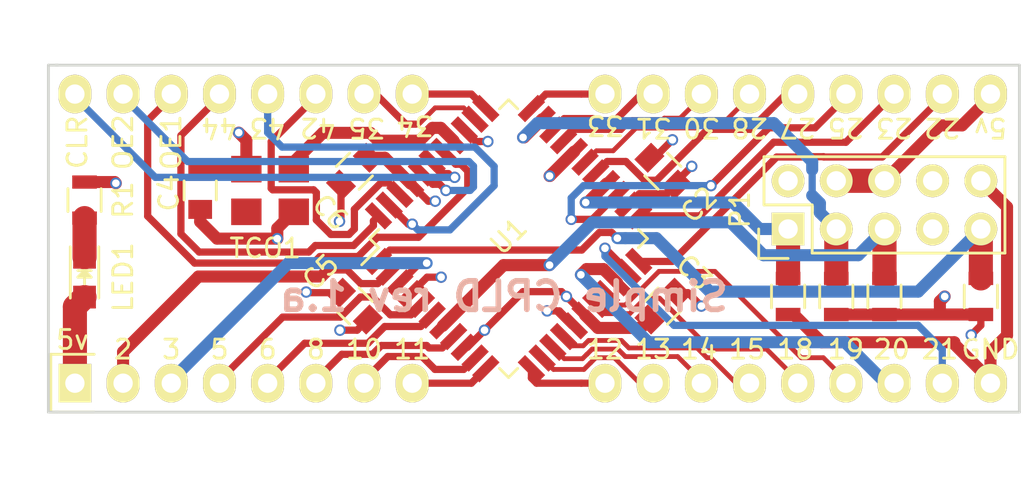
<source format=kicad_pcb>
(kicad_pcb (version 4) (host pcbnew "(2015-08-16 BZR 6097, Git b384c94)-product")

  (general
    (links 72)
    (no_connects 0)
    (area 105.535 75.663666 161.798001 101.120333)
    (thickness 1.6)
    (drawings 41)
    (tracks 418)
    (zones 0)
    (modules 16)
    (nets 43)
  )

  (page A4)
  (layers
    (0 F.Cu signal)
    (1 In1.Cu power)
    (2 In2.Cu power)
    (31 B.Cu signal)
    (32 B.Adhes user)
    (33 F.Adhes user)
    (34 B.Paste user)
    (35 F.Paste user)
    (36 B.SilkS user)
    (37 F.SilkS user)
    (38 B.Mask user)
    (39 F.Mask user)
    (40 Dwgs.User user)
    (41 Cmts.User user)
    (42 Eco1.User user)
    (43 Eco2.User user)
    (44 Edge.Cuts user)
    (45 Margin user)
    (46 B.CrtYd user)
    (47 F.CrtYd user)
    (48 B.Fab user)
    (49 F.Fab user)
  )

  (setup
    (last_trace_width 0.25)
    (user_trace_width 0.254)
    (user_trace_width 0.381)
    (user_trace_width 0.635)
    (user_trace_width 1.27)
    (trace_clearance 0.2)
    (zone_clearance 0.508)
    (zone_45_only no)
    (trace_min 0.2)
    (segment_width 0.2)
    (edge_width 0.15)
    (via_size 0.6)
    (via_drill 0.4)
    (via_min_size 0.4)
    (via_min_drill 0.3)
    (uvia_size 0.3)
    (uvia_drill 0.1)
    (uvias_allowed no)
    (uvia_min_size 0.2)
    (uvia_min_drill 0.1)
    (pcb_text_width 0.3)
    (pcb_text_size 1.5 1.5)
    (mod_edge_width 0.15)
    (mod_text_size 1 1)
    (mod_text_width 0.15)
    (pad_size 1.524 1.524)
    (pad_drill 0.762)
    (pad_to_mask_clearance 0.2)
    (aux_axis_origin 0 0)
    (visible_elements 7FFEFF7F)
    (pcbplotparams
      (layerselection 0x010f0_80000007)
      (usegerberextensions true)
      (excludeedgelayer true)
      (linewidth 0.100000)
      (plotframeref false)
      (viasonmask false)
      (mode 1)
      (useauxorigin false)
      (hpglpennumber 1)
      (hpglpenspeed 20)
      (hpglpendiameter 15)
      (hpglpenoverlay 2)
      (psnegative false)
      (psa4output false)
      (plotreference true)
      (plotvalue true)
      (plotinvisibletext false)
      (padsonsilk false)
      (subtractmaskfromsilk false)
      (outputformat 1)
      (mirror false)
      (drillshape 0)
      (scaleselection 1)
      (outputdirectory Gerbers/))
  )

  (net 0 "")
  (net 1 VCC)
  (net 2 GND)
  (net 3 TCK)
  (net 4 TDO)
  (net 5 TMS)
  (net 6 "Net-(P1-Pad7)")
  (net 7 "Net-(P1-Pad8)")
  (net 8 TDI)
  (net 9 "Net-(TCO1-Pad1)")
  (net 10 CLOCK)
  (net 11 IO2)
  (net 12 IO3)
  (net 13 IO5)
  (net 14 IO6)
  (net 15 IO8)
  (net 16 IO19)
  (net 17 IO11)
  (net 18 IO12)
  (net 19 IO13)
  (net 20 IO14)
  (net 21 IO15)
  (net 22 IO18)
  (net 23 IO20)
  (net 24 IO21)
  (net 25 IO22)
  (net 26 IO23)
  (net 27 IO25)
  (net 28 IO27)
  (net 29 IO28)
  (net 30 IO30)
  (net 31 IO31)
  (net 32 IO33)
  (net 33 IO34)
  (net 34 IO35)
  (net 35 OE1)
  (net 36 CLR)
  (net 37 OE2)
  (net 38 IO42)
  (net 39 IO43)
  (net 40 IO44)
  (net 41 "Net-(LED1-Pad1)")
  (net 42 IO10)

  (net_class Default "This is the default net class."
    (clearance 0.2)
    (trace_width 0.25)
    (via_dia 0.6)
    (via_drill 0.4)
    (uvia_dia 0.3)
    (uvia_drill 0.1)
    (add_net CLOCK)
    (add_net CLR)
    (add_net GND)
    (add_net IO10)
    (add_net IO11)
    (add_net IO12)
    (add_net IO13)
    (add_net IO14)
    (add_net IO15)
    (add_net IO18)
    (add_net IO19)
    (add_net IO2)
    (add_net IO20)
    (add_net IO21)
    (add_net IO22)
    (add_net IO23)
    (add_net IO25)
    (add_net IO27)
    (add_net IO28)
    (add_net IO3)
    (add_net IO30)
    (add_net IO31)
    (add_net IO33)
    (add_net IO34)
    (add_net IO35)
    (add_net IO42)
    (add_net IO43)
    (add_net IO44)
    (add_net IO5)
    (add_net IO6)
    (add_net IO8)
    (add_net "Net-(LED1-Pad1)")
    (add_net "Net-(P1-Pad7)")
    (add_net "Net-(P1-Pad8)")
    (add_net "Net-(TCO1-Pad1)")
    (add_net OE1)
    (add_net OE2)
    (add_net TCK)
    (add_net TDI)
    (add_net TDO)
    (add_net TMS)
    (add_net VCC)
  )

  (module Pin_Headers:Pin_Header_Straight_2x05 (layer F.Cu) (tedit 564A7098) (tstamp 56490A88)
    (at 149.352 87.884 90)
    (descr "Through hole pin header")
    (tags "pin header")
    (path /564931F1)
    (fp_text reference P1 (at 1.016 -2.54 90) (layer F.SilkS)
      (effects (font (size 1 1) (thickness 0.15)))
    )
    (fp_text value CONN_02X05 (at 0 -3.1 90) (layer F.Fab)
      (effects (font (size 1 1) (thickness 0.15)))
    )
    (fp_line (start -1.75 -1.75) (end -1.75 11.95) (layer F.CrtYd) (width 0.05))
    (fp_line (start 4.3 -1.75) (end 4.3 11.95) (layer F.CrtYd) (width 0.05))
    (fp_line (start -1.75 -1.75) (end 4.3 -1.75) (layer F.CrtYd) (width 0.05))
    (fp_line (start -1.75 11.95) (end 4.3 11.95) (layer F.CrtYd) (width 0.05))
    (fp_line (start 3.81 -1.27) (end 3.81 11.43) (layer F.SilkS) (width 0.15))
    (fp_line (start 3.81 11.43) (end -1.27 11.43) (layer F.SilkS) (width 0.15))
    (fp_line (start -1.27 11.43) (end -1.27 1.27) (layer F.SilkS) (width 0.15))
    (fp_line (start 3.81 -1.27) (end 1.27 -1.27) (layer F.SilkS) (width 0.15))
    (fp_line (start 0 -1.55) (end -1.55 -1.55) (layer F.SilkS) (width 0.15))
    (fp_line (start 1.27 -1.27) (end 1.27 1.27) (layer F.SilkS) (width 0.15))
    (fp_line (start 1.27 1.27) (end -1.27 1.27) (layer F.SilkS) (width 0.15))
    (fp_line (start -1.55 -1.55) (end -1.55 0) (layer F.SilkS) (width 0.15))
    (pad 1 thru_hole rect (at 0 0 90) (size 1.7272 1.7272) (drill 1.016) (layers *.Cu *.Mask F.SilkS)
      (net 3 TCK))
    (pad 2 thru_hole oval (at 2.54 0 90) (size 1.7272 1.7272) (drill 1.016) (layers *.Cu *.Mask F.SilkS)
      (net 2 GND))
    (pad 3 thru_hole oval (at 0 2.54 90) (size 1.7272 1.7272) (drill 1.016) (layers *.Cu *.Mask F.SilkS)
      (net 4 TDO))
    (pad 4 thru_hole oval (at 2.54 2.54 90) (size 1.7272 1.7272) (drill 1.016) (layers *.Cu *.Mask F.SilkS)
      (net 1 VCC))
    (pad 5 thru_hole oval (at 0 5.08 90) (size 1.7272 1.7272) (drill 1.016) (layers *.Cu *.Mask F.SilkS)
      (net 5 TMS))
    (pad 6 thru_hole oval (at 2.54 5.08 90) (size 1.7272 1.7272) (drill 1.016) (layers *.Cu *.Mask F.SilkS)
      (net 1 VCC))
    (pad 7 thru_hole oval (at 0 7.62 90) (size 1.7272 1.7272) (drill 1.016) (layers *.Cu *.Mask F.SilkS)
      (net 6 "Net-(P1-Pad7)"))
    (pad 8 thru_hole oval (at 2.54 7.62 90) (size 1.7272 1.7272) (drill 1.016) (layers *.Cu *.Mask F.SilkS)
      (net 7 "Net-(P1-Pad8)"))
    (pad 9 thru_hole oval (at 0 10.16 90) (size 1.7272 1.7272) (drill 1.016) (layers *.Cu *.Mask F.SilkS)
      (net 8 TDI))
    (pad 10 thru_hole oval (at 2.54 10.16 90) (size 1.7272 1.7272) (drill 1.016) (layers *.Cu *.Mask F.SilkS)
      (net 2 GND))
    (model Pin_Headers.3dshapes/Pin_Header_Straight_2x05.wrl
      (at (xyz 0.05 -0.2 0))
      (scale (xyz 1 1 1))
      (rotate (xyz 0 0 90))
    )
  )

  (module Housings_QFP:TQFP-44_10x10mm_Pitch0.8mm (layer F.Cu) (tedit 564A94B6) (tstamp 56490ADE)
    (at 134.62 88.392 45)
    (descr "44-Lead Plastic Thin Quad Flatpack (PT) - 10x10x1.0 mm Body [TQFP] (see Microchip Packaging Specification 00000049BS.pdf)")
    (tags "QFP 0.8")
    (path /5648BC45)
    (attr smd)
    (fp_text reference U1 (at 0.089803 -0.089803 225) (layer F.SilkS)
      (effects (font (size 1 1) (thickness 0.15)))
    )
    (fp_text value EPM7064_TQFP (at 0 7.45 45) (layer F.Fab)
      (effects (font (size 1 1) (thickness 0.15)))
    )
    (fp_line (start -6.7 -6.7) (end -6.7 6.7) (layer F.CrtYd) (width 0.05))
    (fp_line (start 6.7 -6.7) (end 6.7 6.7) (layer F.CrtYd) (width 0.05))
    (fp_line (start -6.7 -6.7) (end 6.7 -6.7) (layer F.CrtYd) (width 0.05))
    (fp_line (start -6.7 6.7) (end 6.7 6.7) (layer F.CrtYd) (width 0.05))
    (fp_line (start -5.175 -5.175) (end -5.175 -4.5) (layer F.SilkS) (width 0.15))
    (fp_line (start 5.175 -5.175) (end 5.175 -4.5) (layer F.SilkS) (width 0.15))
    (fp_line (start 5.175 5.175) (end 5.175 4.5) (layer F.SilkS) (width 0.15))
    (fp_line (start -5.175 5.175) (end -5.175 4.5) (layer F.SilkS) (width 0.15))
    (fp_line (start -5.175 -5.175) (end -4.5 -5.175) (layer F.SilkS) (width 0.15))
    (fp_line (start -5.175 5.175) (end -4.5 5.175) (layer F.SilkS) (width 0.15))
    (fp_line (start 5.175 5.175) (end 4.5 5.175) (layer F.SilkS) (width 0.15))
    (fp_line (start 5.175 -5.175) (end 4.5 -5.175) (layer F.SilkS) (width 0.15))
    (fp_line (start -5.175 -4.5) (end -6.45 -4.5) (layer F.SilkS) (width 0.15))
    (pad 1 smd rect (at -5.7 -4 45) (size 1.5 0.55) (layers F.Cu F.Paste F.Mask)
      (net 8 TDI))
    (pad 2 smd rect (at -5.7 -3.2 45) (size 1.5 0.55) (layers F.Cu F.Paste F.Mask)
      (net 11 IO2))
    (pad 3 smd rect (at -5.7 -2.4 45) (size 1.5 0.55) (layers F.Cu F.Paste F.Mask)
      (net 12 IO3))
    (pad 4 smd rect (at -5.7 -1.6 45) (size 1.5 0.55) (layers F.Cu F.Paste F.Mask)
      (net 2 GND))
    (pad 5 smd rect (at -5.7 -0.8 45) (size 1.5 0.55) (layers F.Cu F.Paste F.Mask)
      (net 13 IO5))
    (pad 6 smd rect (at -5.7 0 45) (size 1.5 0.55) (layers F.Cu F.Paste F.Mask)
      (net 14 IO6))
    (pad 7 smd rect (at -5.7 0.8 45) (size 1.5 0.55) (layers F.Cu F.Paste F.Mask)
      (net 5 TMS))
    (pad 8 smd rect (at -5.7 1.6 45) (size 1.5 0.55) (layers F.Cu F.Paste F.Mask)
      (net 15 IO8))
    (pad 9 smd rect (at -5.7 2.4 45) (size 1.5 0.55) (layers F.Cu F.Paste F.Mask)
      (net 1 VCC))
    (pad 10 smd rect (at -5.7 3.2 45) (size 1.5 0.55) (layers F.Cu F.Paste F.Mask)
      (net 42 IO10))
    (pad 11 smd rect (at -5.7 4 45) (size 1.5 0.55) (layers F.Cu F.Paste F.Mask)
      (net 17 IO11))
    (pad 12 smd rect (at -4 5.7 135) (size 1.5 0.55) (layers F.Cu F.Paste F.Mask)
      (net 18 IO12))
    (pad 13 smd rect (at -3.2 5.7 135) (size 1.5 0.55) (layers F.Cu F.Paste F.Mask)
      (net 19 IO13))
    (pad 14 smd rect (at -2.4 5.7 135) (size 1.5 0.55) (layers F.Cu F.Paste F.Mask)
      (net 20 IO14))
    (pad 15 smd rect (at -1.6 5.7 135) (size 1.5 0.55) (layers F.Cu F.Paste F.Mask)
      (net 21 IO15))
    (pad 16 smd rect (at -0.8 5.7 135) (size 1.5 0.55) (layers F.Cu F.Paste F.Mask)
      (net 2 GND))
    (pad 17 smd rect (at 0 5.7 135) (size 1.5 0.55) (layers F.Cu F.Paste F.Mask)
      (net 1 VCC))
    (pad 18 smd rect (at 0.8 5.7 135) (size 1.5 0.55) (layers F.Cu F.Paste F.Mask)
      (net 22 IO18))
    (pad 19 smd rect (at 1.6 5.7 135) (size 1.5 0.55) (layers F.Cu F.Paste F.Mask)
      (net 16 IO19))
    (pad 20 smd rect (at 2.4 5.7 135) (size 1.5 0.55) (layers F.Cu F.Paste F.Mask)
      (net 23 IO20))
    (pad 21 smd rect (at 3.2 5.7 135) (size 1.5 0.55) (layers F.Cu F.Paste F.Mask)
      (net 24 IO21))
    (pad 22 smd rect (at 4 5.7 135) (size 1.5 0.55) (layers F.Cu F.Paste F.Mask)
      (net 25 IO22))
    (pad 23 smd rect (at 5.7 4 45) (size 1.5 0.55) (layers F.Cu F.Paste F.Mask)
      (net 26 IO23))
    (pad 24 smd rect (at 5.7 3.2 45) (size 1.5 0.55) (layers F.Cu F.Paste F.Mask)
      (net 2 GND))
    (pad 25 smd rect (at 5.7 2.4 45) (size 1.5 0.55) (layers F.Cu F.Paste F.Mask)
      (net 27 IO25))
    (pad 26 smd rect (at 5.7 1.6 45) (size 1.5 0.55) (layers F.Cu F.Paste F.Mask)
      (net 3 TCK))
    (pad 27 smd rect (at 5.7 0.8 45) (size 1.5 0.55) (layers F.Cu F.Paste F.Mask)
      (net 28 IO27))
    (pad 28 smd rect (at 5.7 0 45) (size 1.5 0.55) (layers F.Cu F.Paste F.Mask)
      (net 29 IO28))
    (pad 29 smd rect (at 5.7 -0.8 45) (size 1.5 0.55) (layers F.Cu F.Paste F.Mask)
      (net 1 VCC))
    (pad 30 smd rect (at 5.7 -1.6 45) (size 1.5 0.55) (layers F.Cu F.Paste F.Mask)
      (net 30 IO30))
    (pad 31 smd rect (at 5.7 -2.4 45) (size 1.5 0.55) (layers F.Cu F.Paste F.Mask)
      (net 31 IO31))
    (pad 32 smd rect (at 5.7 -3.2 45) (size 1.5 0.55) (layers F.Cu F.Paste F.Mask)
      (net 4 TDO))
    (pad 33 smd rect (at 5.7 -4 45) (size 1.5 0.55) (layers F.Cu F.Paste F.Mask)
      (net 32 IO33))
    (pad 34 smd rect (at 4 -5.7 135) (size 1.5 0.55) (layers F.Cu F.Paste F.Mask)
      (net 33 IO34))
    (pad 35 smd rect (at 3.2 -5.7 135) (size 1.5 0.55) (layers F.Cu F.Paste F.Mask)
      (net 34 IO35))
    (pad 36 smd rect (at 2.4 -5.7 135) (size 1.5 0.55) (layers F.Cu F.Paste F.Mask)
      (net 2 GND))
    (pad 37 smd rect (at 1.6 -5.7 135) (size 1.5 0.55) (layers F.Cu F.Paste F.Mask)
      (net 10 CLOCK))
    (pad 38 smd rect (at 0.8 -5.7 135) (size 1.5 0.55) (layers F.Cu F.Paste F.Mask)
      (net 35 OE1))
    (pad 39 smd rect (at 0 -5.7 135) (size 1.5 0.55) (layers F.Cu F.Paste F.Mask)
      (net 36 CLR))
    (pad 40 smd rect (at -0.8 -5.7 135) (size 1.5 0.55) (layers F.Cu F.Paste F.Mask)
      (net 37 OE2))
    (pad 41 smd rect (at -1.6 -5.7 135) (size 1.5 0.55) (layers F.Cu F.Paste F.Mask)
      (net 1 VCC))
    (pad 42 smd rect (at -2.4 -5.7 135) (size 1.5 0.55) (layers F.Cu F.Paste F.Mask)
      (net 38 IO42))
    (pad 43 smd rect (at -3.2 -5.7 135) (size 1.5 0.55) (layers F.Cu F.Paste F.Mask)
      (net 39 IO43))
    (pad 44 smd rect (at -4 -5.7 135) (size 1.5 0.55) (layers F.Cu F.Paste F.Mask)
      (net 40 IO44))
    (model Housings_QFP.3dshapes/TQFP-44_10x10mm_Pitch0.8mm.wrl
      (at (xyz 0 0 0))
      (scale (xyz 1 1 1))
      (rotate (xyz 0 0 0))
    )
  )

  (module Capacitors_SMD:C_0805 (layer F.Cu) (tedit 564C869B) (tstamp 564929B9)
    (at 142.748 84.836 315)
    (descr "Capacitor SMD 0805, reflow soldering, AVX (see smccp.pdf)")
    (tags "capacitor 0805")
    (path /5648CB98)
    (attr smd)
    (fp_text reference C2 (at 2.604274 -0.089803 405) (layer F.SilkS)
      (effects (font (size 1 1) (thickness 0.15)))
    )
    (fp_text value .1u (at 0 2.1 315) (layer F.Fab)
      (effects (font (size 1 1) (thickness 0.15)))
    )
    (fp_line (start -1.8 -1) (end 1.8 -1) (layer F.CrtYd) (width 0.05))
    (fp_line (start -1.8 1) (end 1.8 1) (layer F.CrtYd) (width 0.05))
    (fp_line (start -1.8 -1) (end -1.8 1) (layer F.CrtYd) (width 0.05))
    (fp_line (start 1.8 -1) (end 1.8 1) (layer F.CrtYd) (width 0.05))
    (fp_line (start 0.5 -0.85) (end -0.5 -0.85) (layer F.SilkS) (width 0.15))
    (fp_line (start -0.5 0.85) (end 0.5 0.85) (layer F.SilkS) (width 0.15))
    (pad 1 smd rect (at -1 0 315) (size 1 1.25) (layers F.Cu F.Paste F.Mask)
      (net 1 VCC))
    (pad 2 smd rect (at 1 0 315) (size 1 1.25) (layers F.Cu F.Paste F.Mask)
      (net 2 GND))
    (model Capacitors_SMD.3dshapes/C_0805.wrl
      (at (xyz 0 0 0))
      (scale (xyz 1 1 1))
      (rotate (xyz 0 0 0))
    )
  )

  (module Capacitors_SMD:C_0805 (layer F.Cu) (tedit 564C8690) (tstamp 564929BF)
    (at 142.748 91.948 45)
    (descr "Capacitor SMD 0805, reflow soldering, AVX (see smccp.pdf)")
    (tags "capacitor 0805")
    (path /5648CB92)
    (attr smd)
    (fp_text reference C3 (at 2.424669 -0.089803 135) (layer F.SilkS)
      (effects (font (size 1 1) (thickness 0.15)))
    )
    (fp_text value .1u (at 0 2.1 45) (layer F.Fab)
      (effects (font (size 1 1) (thickness 0.15)))
    )
    (fp_line (start -1.8 -1) (end 1.8 -1) (layer F.CrtYd) (width 0.05))
    (fp_line (start -1.8 1) (end 1.8 1) (layer F.CrtYd) (width 0.05))
    (fp_line (start -1.8 -1) (end -1.8 1) (layer F.CrtYd) (width 0.05))
    (fp_line (start 1.8 -1) (end 1.8 1) (layer F.CrtYd) (width 0.05))
    (fp_line (start 0.5 -0.85) (end -0.5 -0.85) (layer F.SilkS) (width 0.15))
    (fp_line (start -0.5 0.85) (end 0.5 0.85) (layer F.SilkS) (width 0.15))
    (pad 1 smd rect (at -1 0 45) (size 1 1.25) (layers F.Cu F.Paste F.Mask)
      (net 1 VCC))
    (pad 2 smd rect (at 1 0 45) (size 1 1.25) (layers F.Cu F.Paste F.Mask)
      (net 2 GND))
    (model Capacitors_SMD.3dshapes/C_0805.wrl
      (at (xyz 0 0 0))
      (scale (xyz 1 1 1))
      (rotate (xyz 0 0 0))
    )
  )

  (module Capacitors_SMD:C_0805 (layer F.Cu) (tedit 564C895F) (tstamp 564929C5)
    (at 118.364 85.852 270)
    (descr "Capacitor SMD 0805, reflow soldering, AVX (see smccp.pdf)")
    (tags "capacitor 0805")
    (path /5648C9D6)
    (attr smd)
    (fp_text reference C4 (at 0.127 1.651 270) (layer F.SilkS)
      (effects (font (size 1 1) (thickness 0.15)))
    )
    (fp_text value .1u (at 0 2.1 270) (layer F.Fab)
      (effects (font (size 1 1) (thickness 0.15)))
    )
    (fp_line (start -1.8 -1) (end 1.8 -1) (layer F.CrtYd) (width 0.05))
    (fp_line (start -1.8 1) (end 1.8 1) (layer F.CrtYd) (width 0.05))
    (fp_line (start -1.8 -1) (end -1.8 1) (layer F.CrtYd) (width 0.05))
    (fp_line (start 1.8 -1) (end 1.8 1) (layer F.CrtYd) (width 0.05))
    (fp_line (start 0.5 -0.85) (end -0.5 -0.85) (layer F.SilkS) (width 0.15))
    (fp_line (start -0.5 0.85) (end 0.5 0.85) (layer F.SilkS) (width 0.15))
    (pad 1 smd rect (at -1 0 270) (size 1 1.25) (layers F.Cu F.Paste F.Mask)
      (net 1 VCC))
    (pad 2 smd rect (at 1 0 270) (size 1 1.25) (layers F.Cu F.Paste F.Mask)
      (net 2 GND))
    (model Capacitors_SMD.3dshapes/C_0805.wrl
      (at (xyz 0 0 0))
      (scale (xyz 1 1 1))
      (rotate (xyz 0 0 0))
    )
  )

  (module Capacitors_SMD:C_0805 (layer F.Cu) (tedit 564C8685) (tstamp 564929CB)
    (at 126.492 91.948 135)
    (descr "Capacitor SMD 0805, reflow soldering, AVX (see smccp.pdf)")
    (tags "capacitor 0805")
    (path /5648C906)
    (attr smd)
    (fp_text reference C5 (at 2.514472 0 225) (layer F.SilkS)
      (effects (font (size 1 1) (thickness 0.15)))
    )
    (fp_text value .1u (at 0 2.1 135) (layer F.Fab)
      (effects (font (size 1 1) (thickness 0.15)))
    )
    (fp_line (start -1.8 -1) (end 1.8 -1) (layer F.CrtYd) (width 0.05))
    (fp_line (start -1.8 1) (end 1.8 1) (layer F.CrtYd) (width 0.05))
    (fp_line (start -1.8 -1) (end -1.8 1) (layer F.CrtYd) (width 0.05))
    (fp_line (start 1.8 -1) (end 1.8 1) (layer F.CrtYd) (width 0.05))
    (fp_line (start 0.5 -0.85) (end -0.5 -0.85) (layer F.SilkS) (width 0.15))
    (fp_line (start -0.5 0.85) (end 0.5 0.85) (layer F.SilkS) (width 0.15))
    (pad 1 smd rect (at -1 0 135) (size 1 1.25) (layers F.Cu F.Paste F.Mask)
      (net 1 VCC))
    (pad 2 smd rect (at 1 0 135) (size 1 1.25) (layers F.Cu F.Paste F.Mask)
      (net 2 GND))
    (model Capacitors_SMD.3dshapes/C_0805.wrl
      (at (xyz 0 0 0))
      (scale (xyz 1 1 1))
      (rotate (xyz 0 0 0))
    )
  )

  (module Capacitors_SMD:C_0805 (layer F.Cu) (tedit 564A9480) (tstamp 564929D1)
    (at 126.492 84.836 225)
    (descr "Capacitor SMD 0805, reflow soldering, AVX (see smccp.pdf)")
    (tags "capacitor 0805")
    (path /5648C8CA)
    (attr smd)
    (fp_text reference C6 (at 2.424669 -0.628618 315) (layer F.SilkS)
      (effects (font (size 1 1) (thickness 0.15)))
    )
    (fp_text value .1u (at 0 2.1 225) (layer F.Fab)
      (effects (font (size 1 1) (thickness 0.15)))
    )
    (fp_line (start -1.8 -1) (end 1.8 -1) (layer F.CrtYd) (width 0.05))
    (fp_line (start -1.8 1) (end 1.8 1) (layer F.CrtYd) (width 0.05))
    (fp_line (start -1.8 -1) (end -1.8 1) (layer F.CrtYd) (width 0.05))
    (fp_line (start 1.8 -1) (end 1.8 1) (layer F.CrtYd) (width 0.05))
    (fp_line (start 0.5 -0.85) (end -0.5 -0.85) (layer F.SilkS) (width 0.15))
    (fp_line (start -0.5 0.85) (end 0.5 0.85) (layer F.SilkS) (width 0.15))
    (pad 1 smd rect (at -1 0 225) (size 1 1.25) (layers F.Cu F.Paste F.Mask)
      (net 1 VCC))
    (pad 2 smd rect (at 1 0 225) (size 1 1.25) (layers F.Cu F.Paste F.Mask)
      (net 2 GND))
    (model Capacitors_SMD.3dshapes/C_0805.wrl
      (at (xyz 0 0 0))
      (scale (xyz 1 1 1))
      (rotate (xyz 0 0 0))
    )
  )

  (module Resistors_SMD:R_0805 (layer F.Cu) (tedit 564A8EC3) (tstamp 564929DD)
    (at 112.268 86.36 270)
    (descr "Resistor SMD 0805, reflow soldering, Vishay (see dcrcw.pdf)")
    (tags "resistor 0805")
    (path /5648C183)
    (attr smd)
    (fp_text reference R1 (at 0 -2.032 270) (layer F.SilkS)
      (effects (font (size 1 1) (thickness 0.15)))
    )
    (fp_text value 1K (at 0 2.1 270) (layer F.Fab)
      (effects (font (size 1 1) (thickness 0.15)))
    )
    (fp_line (start -1.6 -1) (end 1.6 -1) (layer F.CrtYd) (width 0.05))
    (fp_line (start -1.6 1) (end 1.6 1) (layer F.CrtYd) (width 0.05))
    (fp_line (start -1.6 -1) (end -1.6 1) (layer F.CrtYd) (width 0.05))
    (fp_line (start 1.6 -1) (end 1.6 1) (layer F.CrtYd) (width 0.05))
    (fp_line (start 0.6 0.875) (end -0.6 0.875) (layer F.SilkS) (width 0.15))
    (fp_line (start -0.6 -0.875) (end 0.6 -0.875) (layer F.SilkS) (width 0.15))
    (pad 1 smd rect (at -0.95 0 270) (size 0.7 1.3) (layers F.Cu F.Paste F.Mask)
      (net 2 GND))
    (pad 2 smd rect (at 0.95 0 270) (size 0.7 1.3) (layers F.Cu F.Paste F.Mask)
      (net 41 "Net-(LED1-Pad1)"))
    (model Resistors_SMD.3dshapes/R_0805.wrl
      (at (xyz 0 0 0))
      (scale (xyz 1 1 1))
      (rotate (xyz 0 0 0))
    )
  )

  (module Resistors_SMD:R_0805 (layer F.Cu) (tedit 564A6FE7) (tstamp 564929E3)
    (at 149.352 91.44 270)
    (descr "Resistor SMD 0805, reflow soldering, Vishay (see dcrcw.pdf)")
    (tags "resistor 0805")
    (path /56493876)
    (attr smd)
    (fp_text reference R2 (at 2.667 -0.254 270) (layer F.SilkS) hide
      (effects (font (size 1 1) (thickness 0.15)))
    )
    (fp_text value 10K (at 0 2.1 270) (layer F.Fab)
      (effects (font (size 1 1) (thickness 0.15)))
    )
    (fp_line (start -1.6 -1) (end 1.6 -1) (layer F.CrtYd) (width 0.05))
    (fp_line (start -1.6 1) (end 1.6 1) (layer F.CrtYd) (width 0.05))
    (fp_line (start -1.6 -1) (end -1.6 1) (layer F.CrtYd) (width 0.05))
    (fp_line (start 1.6 -1) (end 1.6 1) (layer F.CrtYd) (width 0.05))
    (fp_line (start 0.6 0.875) (end -0.6 0.875) (layer F.SilkS) (width 0.15))
    (fp_line (start -0.6 -0.875) (end 0.6 -0.875) (layer F.SilkS) (width 0.15))
    (pad 1 smd rect (at -0.95 0 270) (size 0.7 1.3) (layers F.Cu F.Paste F.Mask)
      (net 3 TCK))
    (pad 2 smd rect (at 0.95 0 270) (size 0.7 1.3) (layers F.Cu F.Paste F.Mask)
      (net 2 GND))
    (model Resistors_SMD.3dshapes/R_0805.wrl
      (at (xyz 0 0 0))
      (scale (xyz 1 1 1))
      (rotate (xyz 0 0 0))
    )
  )

  (module Resistors_SMD:R_0805 (layer F.Cu) (tedit 564A6FE2) (tstamp 564929E9)
    (at 151.892 91.44 270)
    (descr "Resistor SMD 0805, reflow soldering, Vishay (see dcrcw.pdf)")
    (tags "resistor 0805")
    (path /564939F0)
    (attr smd)
    (fp_text reference R3 (at 2.794 -0.127 270) (layer F.SilkS) hide
      (effects (font (size 1 1) (thickness 0.15)))
    )
    (fp_text value 10K (at 0 2.1 270) (layer F.Fab)
      (effects (font (size 1 1) (thickness 0.15)))
    )
    (fp_line (start -1.6 -1) (end 1.6 -1) (layer F.CrtYd) (width 0.05))
    (fp_line (start -1.6 1) (end 1.6 1) (layer F.CrtYd) (width 0.05))
    (fp_line (start -1.6 -1) (end -1.6 1) (layer F.CrtYd) (width 0.05))
    (fp_line (start 1.6 -1) (end 1.6 1) (layer F.CrtYd) (width 0.05))
    (fp_line (start 0.6 0.875) (end -0.6 0.875) (layer F.SilkS) (width 0.15))
    (fp_line (start -0.6 -0.875) (end 0.6 -0.875) (layer F.SilkS) (width 0.15))
    (pad 1 smd rect (at -0.95 0 270) (size 0.7 1.3) (layers F.Cu F.Paste F.Mask)
      (net 4 TDO))
    (pad 2 smd rect (at 0.95 0 270) (size 0.7 1.3) (layers F.Cu F.Paste F.Mask)
      (net 1 VCC))
    (model Resistors_SMD.3dshapes/R_0805.wrl
      (at (xyz 0 0 0))
      (scale (xyz 1 1 1))
      (rotate (xyz 0 0 0))
    )
  )

  (module Resistors_SMD:R_0805 (layer F.Cu) (tedit 564A6FD7) (tstamp 564929EF)
    (at 154.432 91.44 270)
    (descr "Resistor SMD 0805, reflow soldering, Vishay (see dcrcw.pdf)")
    (tags "resistor 0805")
    (path /56493A59)
    (attr smd)
    (fp_text reference R4 (at 0 -2.032 270) (layer F.SilkS) hide
      (effects (font (size 1 1) (thickness 0.15)))
    )
    (fp_text value 10K (at 0 2.1 270) (layer F.Fab)
      (effects (font (size 1 1) (thickness 0.15)))
    )
    (fp_line (start -1.6 -1) (end 1.6 -1) (layer F.CrtYd) (width 0.05))
    (fp_line (start -1.6 1) (end 1.6 1) (layer F.CrtYd) (width 0.05))
    (fp_line (start -1.6 -1) (end -1.6 1) (layer F.CrtYd) (width 0.05))
    (fp_line (start 1.6 -1) (end 1.6 1) (layer F.CrtYd) (width 0.05))
    (fp_line (start 0.6 0.875) (end -0.6 0.875) (layer F.SilkS) (width 0.15))
    (fp_line (start -0.6 -0.875) (end 0.6 -0.875) (layer F.SilkS) (width 0.15))
    (pad 1 smd rect (at -0.95 0 270) (size 0.7 1.3) (layers F.Cu F.Paste F.Mask)
      (net 5 TMS))
    (pad 2 smd rect (at 0.95 0 270) (size 0.7 1.3) (layers F.Cu F.Paste F.Mask)
      (net 1 VCC))
    (model Resistors_SMD.3dshapes/R_0805.wrl
      (at (xyz 0 0 0))
      (scale (xyz 1 1 1))
      (rotate (xyz 0 0 0))
    )
  )

  (module Resistors_SMD:R_0805 (layer F.Cu) (tedit 564A6FDC) (tstamp 564929F5)
    (at 159.512 91.44 270)
    (descr "Resistor SMD 0805, reflow soldering, Vishay (see dcrcw.pdf)")
    (tags "resistor 0805")
    (path /56493BA7)
    (attr smd)
    (fp_text reference R5 (at 0 1.524 270) (layer F.SilkS) hide
      (effects (font (size 1 1) (thickness 0.15)))
    )
    (fp_text value 10K (at 0 2.1 270) (layer F.Fab)
      (effects (font (size 1 1) (thickness 0.15)))
    )
    (fp_line (start -1.6 -1) (end 1.6 -1) (layer F.CrtYd) (width 0.05))
    (fp_line (start -1.6 1) (end 1.6 1) (layer F.CrtYd) (width 0.05))
    (fp_line (start -1.6 -1) (end -1.6 1) (layer F.CrtYd) (width 0.05))
    (fp_line (start 1.6 -1) (end 1.6 1) (layer F.CrtYd) (width 0.05))
    (fp_line (start 0.6 0.875) (end -0.6 0.875) (layer F.SilkS) (width 0.15))
    (fp_line (start -0.6 -0.875) (end 0.6 -0.875) (layer F.SilkS) (width 0.15))
    (pad 1 smd rect (at -0.95 0 270) (size 0.7 1.3) (layers F.Cu F.Paste F.Mask)
      (net 8 TDI))
    (pad 2 smd rect (at 0.95 0 270) (size 0.7 1.3) (layers F.Cu F.Paste F.Mask)
      (net 1 VCC))
    (model Resistors_SMD.3dshapes/R_0805.wrl
      (at (xyz 0 0 0))
      (scale (xyz 1 1 1))
      (rotate (xyz 0 0 0))
    )
  )

  (module LEDs:LED-0805 (layer F.Cu) (tedit 564A8EC8) (tstamp 564A7DE0)
    (at 112.268 90.424 270)
    (descr "LED 0805 smd package")
    (tags "LED 0805 SMD")
    (path /5648C0F6)
    (attr smd)
    (fp_text reference LED1 (at 0 -2.032 270) (layer F.SilkS)
      (effects (font (size 1 1) (thickness 0.15)))
    )
    (fp_text value LED (at 0 1.75 270) (layer F.Fab)
      (effects (font (size 1 1) (thickness 0.15)))
    )
    (fp_line (start -1.6 0.75) (end 1.1 0.75) (layer F.SilkS) (width 0.15))
    (fp_line (start -1.6 -0.75) (end 1.1 -0.75) (layer F.SilkS) (width 0.15))
    (fp_line (start -0.1 0.15) (end -0.1 -0.1) (layer F.SilkS) (width 0.15))
    (fp_line (start -0.1 -0.1) (end -0.25 0.05) (layer F.SilkS) (width 0.15))
    (fp_line (start -0.35 -0.35) (end -0.35 0.35) (layer F.SilkS) (width 0.15))
    (fp_line (start 0 0) (end 0.35 0) (layer F.SilkS) (width 0.15))
    (fp_line (start -0.35 0) (end 0 -0.35) (layer F.SilkS) (width 0.15))
    (fp_line (start 0 -0.35) (end 0 0.35) (layer F.SilkS) (width 0.15))
    (fp_line (start 0 0.35) (end -0.35 0) (layer F.SilkS) (width 0.15))
    (fp_line (start 1.9 -0.95) (end 1.9 0.95) (layer F.CrtYd) (width 0.05))
    (fp_line (start 1.9 0.95) (end -1.9 0.95) (layer F.CrtYd) (width 0.05))
    (fp_line (start -1.9 0.95) (end -1.9 -0.95) (layer F.CrtYd) (width 0.05))
    (fp_line (start -1.9 -0.95) (end 1.9 -0.95) (layer F.CrtYd) (width 0.05))
    (pad 2 smd rect (at 1.04902 0 90) (size 1.19888 1.19888) (layers F.Cu F.Paste F.Mask)
      (net 1 VCC))
    (pad 1 smd rect (at -1.04902 0 90) (size 1.19888 1.19888) (layers F.Cu F.Paste F.Mask)
      (net 41 "Net-(LED1-Pad1)"))
    (model LEDs.3dshapes/LED-0805.wrl
      (at (xyz 0 0 0))
      (scale (xyz 1 1 1))
      (rotate (xyz 0 0 0))
    )
  )

  (module SimpleCPLDFootprint:Pin_Header_Straight_1x17B (layer F.Cu) (tedit 564A7F50) (tstamp 564A7DF5)
    (at 111.76 80.772 90)
    (descr "Through hole pin header")
    (tags "pin header")
    (path /564AEB03)
    (fp_text reference P3 (at 0 -5.1 90) (layer F.SilkS) hide
      (effects (font (size 1 1) (thickness 0.15)))
    )
    (fp_text value CONN_01X17 (at 0 -3.1 90) (layer F.Fab)
      (effects (font (size 1 1) (thickness 0.15)))
    )
    (pad 9 thru_hole oval (at 0 27.94 90) (size 2.032 1.7272) (drill 1.016) (layers *.Cu *.Mask F.SilkS)
      (net 32 IO33))
    (pad 1 thru_hole oval (at 0 0 90) (size 2.032 1.7272) (drill 1.016) (layers *.Cu *.Mask F.SilkS)
      (net 36 CLR))
    (pad 2 thru_hole oval (at 0 2.54 90) (size 2.032 1.7272) (drill 1.016) (layers *.Cu *.Mask F.SilkS)
      (net 37 OE2))
    (pad 3 thru_hole oval (at 0 5.08 90) (size 2.032 1.7272) (drill 1.016) (layers *.Cu *.Mask F.SilkS)
      (net 35 OE1))
    (pad 4 thru_hole oval (at 0 7.62 90) (size 2.032 1.7272) (drill 1.016) (layers *.Cu *.Mask F.SilkS)
      (net 40 IO44))
    (pad 5 thru_hole oval (at 0 10.16 90) (size 2.032 1.7272) (drill 1.016) (layers *.Cu *.Mask F.SilkS)
      (net 39 IO43))
    (pad 6 thru_hole oval (at 0 12.7 90) (size 2.032 1.7272) (drill 1.016) (layers *.Cu *.Mask F.SilkS)
      (net 38 IO42))
    (pad 7 thru_hole oval (at 0 15.24 90) (size 2.032 1.7272) (drill 1.016) (layers *.Cu *.Mask F.SilkS)
      (net 34 IO35))
    (pad 8 thru_hole oval (at 0 17.78 90) (size 2.032 1.7272) (drill 1.016) (layers *.Cu *.Mask F.SilkS)
      (net 33 IO34))
    (pad 11 thru_hole oval (at 0 33.02 90) (size 2.032 1.7272) (drill 1.016) (layers *.Cu *.Mask F.SilkS)
      (net 30 IO30))
    (pad 12 thru_hole oval (at 0 35.56 90) (size 2.032 1.7272) (drill 1.016) (layers *.Cu *.Mask F.SilkS)
      (net 29 IO28))
    (pad 13 thru_hole oval (at 0 38.1 90) (size 2.032 1.7272) (drill 1.016) (layers *.Cu *.Mask F.SilkS)
      (net 28 IO27))
    (pad 14 thru_hole oval (at 0 40.64 90) (size 2.032 1.7272) (drill 1.016) (layers *.Cu *.Mask F.SilkS)
      (net 27 IO25))
    (pad 15 thru_hole oval (at 0 43.18 90) (size 2.032 1.7272) (drill 1.016) (layers *.Cu *.Mask F.SilkS)
      (net 26 IO23))
    (pad 16 thru_hole oval (at 0 45.72 90) (size 2.032 1.7272) (drill 1.016) (layers *.Cu *.Mask F.SilkS)
      (net 25 IO22))
    (pad 17 thru_hole oval (at 0 48.26 90) (size 2.032 1.7272) (drill 1.016) (layers *.Cu *.Mask F.SilkS)
      (net 1 VCC))
    (pad 10 thru_hole oval (at 0 30.48 90) (size 2.032 1.7272) (drill 1.016) (layers *.Cu *.Mask F.SilkS)
      (net 31 IO31))
    (model Pin_Headers.3dshapes/Pin_Header_Straight_1x23.wrl
      (at (xyz 0 -1.1 0))
      (scale (xyz 1 1 1))
      (rotate (xyz 0 0 90))
    )
  )

  (module SimpleCPLDFootprint:Pin_Header_Straight_1x17 (layer F.Cu) (tedit 564A7F54) (tstamp 564A7F84)
    (at 111.76 96.012 90)
    (descr "Through hole pin header")
    (tags "pin header")
    (path /564AEA3E)
    (fp_text reference P2 (at 0 -5.1 90) (layer F.SilkS) hide
      (effects (font (size 1 1) (thickness 0.15)))
    )
    (fp_text value CONN_01X17 (at 0 -3.1 90) (layer F.Fab)
      (effects (font (size 1 1) (thickness 0.15)))
    )
    (fp_line (start -1.524 1.016) (end -1.524 -1.27) (layer F.SilkS) (width 0.15))
    (fp_line (start -1.524 -1.27) (end 1.524 -1.27) (layer F.SilkS) (width 0.15))
    (fp_line (start 1.524 -1.27) (end 1.524 1.016) (layer F.SilkS) (width 0.15))
    (pad 9 thru_hole oval (at 0 27.94 90) (size 2.032 1.7272) (drill 1.016) (layers *.Cu *.Mask F.SilkS)
      (net 18 IO12))
    (pad 1 thru_hole rect (at 0 0 90) (size 2.032 1.7272) (drill 1.016) (layers *.Cu *.Mask F.SilkS)
      (net 1 VCC))
    (pad 2 thru_hole oval (at 0 2.54 90) (size 2.032 1.7272) (drill 1.016) (layers *.Cu *.Mask F.SilkS)
      (net 11 IO2))
    (pad 3 thru_hole oval (at 0 5.08 90) (size 2.032 1.7272) (drill 1.016) (layers *.Cu *.Mask F.SilkS)
      (net 12 IO3))
    (pad 4 thru_hole oval (at 0 7.62 90) (size 2.032 1.7272) (drill 1.016) (layers *.Cu *.Mask F.SilkS)
      (net 13 IO5))
    (pad 5 thru_hole oval (at 0 10.16 90) (size 2.032 1.7272) (drill 1.016) (layers *.Cu *.Mask F.SilkS)
      (net 14 IO6))
    (pad 6 thru_hole oval (at 0 12.7 90) (size 2.032 1.7272) (drill 1.016) (layers *.Cu *.Mask F.SilkS)
      (net 15 IO8))
    (pad 7 thru_hole oval (at 0 15.24 90) (size 2.032 1.7272) (drill 1.016) (layers *.Cu *.Mask F.SilkS)
      (net 42 IO10))
    (pad 8 thru_hole oval (at 0 17.78 90) (size 2.032 1.7272) (drill 1.016) (layers *.Cu *.Mask F.SilkS)
      (net 17 IO11))
    (pad 11 thru_hole oval (at 0 33.02 90) (size 2.032 1.7272) (drill 1.016) (layers *.Cu *.Mask F.SilkS)
      (net 20 IO14))
    (pad 12 thru_hole oval (at 0 35.56 90) (size 2.032 1.7272) (drill 1.016) (layers *.Cu *.Mask F.SilkS)
      (net 21 IO15))
    (pad 13 thru_hole oval (at 0 38.1 90) (size 2.032 1.7272) (drill 1.016) (layers *.Cu *.Mask F.SilkS)
      (net 22 IO18))
    (pad 14 thru_hole oval (at 0 40.64 90) (size 2.032 1.7272) (drill 1.016) (layers *.Cu *.Mask F.SilkS)
      (net 16 IO19))
    (pad 15 thru_hole oval (at 0 43.18 90) (size 2.032 1.7272) (drill 1.016) (layers *.Cu *.Mask F.SilkS)
      (net 23 IO20))
    (pad 16 thru_hole oval (at 0 45.72 90) (size 2.032 1.7272) (drill 1.016) (layers *.Cu *.Mask F.SilkS)
      (net 24 IO21))
    (pad 17 thru_hole oval (at 0 48.26 90) (size 2.032 1.7272) (drill 1.016) (layers *.Cu *.Mask F.SilkS)
      (net 2 GND))
    (pad 10 thru_hole oval (at 0 30.48 90) (size 2.032 1.7272) (drill 1.016) (layers *.Cu *.Mask F.SilkS)
      (net 19 IO13))
    (model Pin_Headers.3dshapes/Pin_Header_Straight_1x23.wrl
      (at (xyz 0 -1.1 0))
      (scale (xyz 1 1 1))
      (rotate (xyz 0 0 90))
    )
  )

  (module SimpleCPLDFootprint:TCO-4 (layer F.Cu) (tedit 564D1E29) (tstamp 564D041B)
    (at 122.047 85.979)
    (path /5648C5D9)
    (fp_text reference TCO1 (at -0.254 2.921 180) (layer F.SilkS)
      (effects (font (size 1 1) (thickness 0.15)))
    )
    (fp_text value KC5032A25_OSC (at 0 -3.25) (layer F.Fab)
      (effects (font (size 1 1) (thickness 0.15)))
    )
    (pad 3 smd rect (at 1.25 -1.25) (size 1.6 1.4) (layers F.Cu F.Paste F.Mask)
      (net 10 CLOCK))
    (pad 2 smd rect (at 1.25 1) (size 1.6 1.4) (layers F.Cu F.Paste F.Mask)
      (net 2 GND))
    (pad 4 smd rect (at -1.25 -1.25) (size 1.6 1.4) (layers F.Cu F.Paste F.Mask)
      (net 1 VCC))
    (pad 1 smd rect (at -1.25 1) (size 1.6 1.4) (layers F.Cu F.Paste F.Mask)
      (net 9 "Net-(TCO1-Pad1)"))
  )

  (gr_text "Simple CPLD rev 1.a" (at 134.366 91.44) (layer B.SilkS)
    (effects (font (size 1.5 1.5) (thickness 0.3)) (justify mirror))
  )
  (gr_line (start 110.871 97.536) (end 110.363 97.536) (angle 90) (layer Edge.Cuts) (width 0.15))
  (gr_line (start 110.363 79.248) (end 110.871 79.248) (angle 90) (layer Edge.Cuts) (width 0.15))
  (gr_line (start 110.363 97.536) (end 110.363 79.248) (angle 90) (layer Edge.Cuts) (width 0.15))
  (gr_text 42 (at 124.587 82.55 180) (layer F.SilkS)
    (effects (font (size 1 1) (thickness 0.15)))
  )
  (gr_text 44 (at 119.38 82.55 180) (layer F.SilkS)
    (effects (font (size 1 1) (thickness 0.15)))
  )
  (gr_text 43 (at 121.92 82.55 180) (layer F.SilkS)
    (effects (font (size 1 1) (thickness 0.15)))
  )
  (gr_text CLR (at 111.887 83.312 90) (layer F.SilkS)
    (effects (font (size 1 1) (thickness 0.15)))
  )
  (gr_text OE2 (at 114.3 83.312 90) (layer F.SilkS)
    (effects (font (size 1 1) (thickness 0.15)))
  )
  (gr_text OE1 (at 116.84 83.312 90) (layer F.SilkS)
    (effects (font (size 1 1) (thickness 0.15)))
  )
  (gr_text 35 (at 127.127 82.55 180) (layer F.SilkS)
    (effects (font (size 1 1) (thickness 0.15)))
  )
  (gr_text 34 (at 129.667 82.423 180) (layer F.SilkS)
    (effects (font (size 1 1) (thickness 0.15)))
  )
  (gr_text 33 (at 139.7 82.423 180) (layer F.SilkS)
    (effects (font (size 1 1) (thickness 0.15)))
  )
  (gr_text 31 (at 142.24 82.55 180) (layer F.SilkS)
    (effects (font (size 1 1) (thickness 0.15)))
  )
  (gr_text 2 (at 114.3 94.234) (layer F.SilkS)
    (effects (font (size 1 1) (thickness 0.15)))
  )
  (gr_text 3 (at 116.84 94.234) (layer F.SilkS)
    (effects (font (size 1 1) (thickness 0.15)))
  )
  (gr_text 5 (at 119.38 94.234) (layer F.SilkS)
    (effects (font (size 1 1) (thickness 0.15)))
  )
  (gr_text 6 (at 121.92 94.234) (layer F.SilkS)
    (effects (font (size 1 1) (thickness 0.15)))
  )
  (gr_text 8 (at 124.46 94.234) (layer F.SilkS)
    (effects (font (size 1 1) (thickness 0.15)))
  )
  (gr_text 10 (at 127 94.234) (layer F.SilkS)
    (effects (font (size 1 1) (thickness 0.15)))
  )
  (gr_text 11 (at 129.54 94.234) (layer F.SilkS)
    (effects (font (size 1 1) (thickness 0.15)))
  )
  (gr_text 30 (at 144.78 82.55 180) (layer F.SilkS)
    (effects (font (size 1 1) (thickness 0.15)))
  )
  (gr_text 28 (at 147.32 82.55 180) (layer F.SilkS)
    (effects (font (size 1 1) (thickness 0.15)))
  )
  (gr_text 27 (at 149.86 82.55 180) (layer F.SilkS)
    (effects (font (size 1 1) (thickness 0.15)))
  )
  (gr_text 25 (at 152.4 82.55 180) (layer F.SilkS)
    (effects (font (size 1 1) (thickness 0.15)))
  )
  (gr_text 23 (at 154.94 82.55 180) (layer F.SilkS)
    (effects (font (size 1 1) (thickness 0.15)))
  )
  (gr_text 22 (at 157.48 82.55 180) (layer F.SilkS)
    (effects (font (size 1 1) (thickness 0.15)))
  )
  (gr_text 12 (at 139.7 94.234) (layer F.SilkS)
    (effects (font (size 1 1) (thickness 0.15)))
  )
  (gr_text 13 (at 142.24 94.234) (layer F.SilkS)
    (effects (font (size 1 1) (thickness 0.15)))
  )
  (gr_text 14 (at 144.653 94.234) (layer F.SilkS)
    (effects (font (size 1 1) (thickness 0.15)))
  )
  (gr_text 15 (at 147.193 94.234) (layer F.SilkS)
    (effects (font (size 1 1) (thickness 0.15)))
  )
  (gr_text 18 (at 149.733 94.234) (layer F.SilkS)
    (effects (font (size 1 1) (thickness 0.15)))
  )
  (gr_text 19 (at 152.4 94.234) (layer F.SilkS)
    (effects (font (size 1 1) (thickness 0.15)))
  )
  (gr_text 20 (at 154.813 94.234) (layer F.SilkS)
    (effects (font (size 1 1) (thickness 0.15)))
  )
  (gr_text 21 (at 157.353 94.234) (layer F.SilkS)
    (effects (font (size 1 1) (thickness 0.15)))
  )
  (gr_text 5v (at 160.02 82.55 180) (layer F.SilkS)
    (effects (font (size 1 1) (thickness 0.15)))
  )
  (gr_text GND (at 160.02 94.234) (layer F.SilkS)
    (effects (font (size 1 1) (thickness 0.15)))
  )
  (gr_text 5v (at 111.633 93.726) (layer F.SilkS)
    (effects (font (size 1 1) (thickness 0.15)))
  )
  (gr_line (start 110.744 79.248) (end 161.544 79.248) (angle 90) (layer Edge.Cuts) (width 0.15))
  (gr_line (start 161.544 97.536) (end 110.744 97.536) (angle 90) (layer Edge.Cuts) (width 0.15))
  (gr_line (start 161.544 79.248) (end 161.544 97.536) (angle 90) (layer Edge.Cuts) (width 0.15))

  (segment (start 120.797 84.729) (end 120.797 83.205) (width 0.635) (layer F.Cu) (net 1))
  (segment (start 120.797 83.205) (end 120.396 82.804) (width 0.635) (layer F.Cu) (net 1))
  (via (at 120.396 82.804) (size 0.6) (drill 0.4) (layers F.Cu B.Cu) (net 1))
  (segment (start 120.797 84.729) (end 118.487 84.729) (width 0.635) (layer F.Cu) (net 1))
  (segment (start 118.487 84.729) (end 118.364 84.852) (width 0.635) (layer F.Cu) (net 1))
  (segment (start 120.801 84.852) (end 121.051 84.602) (width 0.635) (layer F.Cu) (net 1) (tstamp 564D0737))
  (segment (start 157.353 92.39) (end 157.353 91.694) (width 0.635) (layer F.Cu) (net 1))
  (via (at 157.607 91.44) (size 0.6) (drill 0.4) (layers F.Cu B.Cu) (net 1))
  (segment (start 157.353 91.694) (end 157.607 91.44) (width 0.635) (layer F.Cu) (net 1) (tstamp 564C882D))
  (segment (start 111.76 96.012) (end 111.76 93.726) (width 1.27) (layer In1.Cu) (net 1))
  (segment (start 111.76 93.726) (end 112.014 93.472) (width 1.27) (layer In1.Cu) (net 1) (tstamp 564C7B54))
  (segment (start 160.02 80.772) (end 160.02 82.804) (width 1.27) (layer In1.Cu) (net 1))
  (segment (start 127.199107 92.655107) (end 126.636214 93.218) (width 0.381) (layer F.Cu) (net 1))
  (segment (start 126.636214 93.218) (end 125.73 93.218) (width 0.381) (layer F.Cu) (net 1))
  (via (at 125.73 93.218) (size 0.6) (drill 0.4) (layers F.Cu B.Cu) (net 1))
  (segment (start 133.35 93.218) (end 135.382 91.186) (width 0.381) (layer F.Cu) (net 1))
  (via (at 137.668 91.44) (size 0.6) (drill 0.4) (layers F.Cu B.Cu) (net 1))
  (segment (start 138.650509 92.422509) (end 137.668 91.44) (width 0.381) (layer F.Cu) (net 1))
  (via (at 133.35 93.218) (size 0.6) (drill 0.4) (layers F.Cu B.Cu) (net 1))
  (segment (start 133.35 93.218) (end 132.448435 94.119565) (width 0.381) (layer F.Cu) (net 1) (tstamp 564C0583))
  (segment (start 137.414 91.186) (end 137.668 91.44) (width 0.381) (layer F.Cu) (net 1) (tstamp 564C05D4))
  (segment (start 135.382 91.186) (end 137.414 91.186) (width 0.381) (layer F.Cu) (net 1) (tstamp 564C05CD))
  (segment (start 132.286548 94.119565) (end 132.448435 94.119565) (width 0.381) (layer F.Cu) (net 1))
  (segment (start 130.382952 86.417694) (end 130.752306 86.417694) (width 0.381) (layer F.Cu) (net 1))
  (segment (start 130.752306 87.572306) (end 130.752306 86.841958) (width 0.381) (layer In1.Cu) (net 1))
  (segment (start 130.81 87.63) (end 130.752306 87.572306) (width 0.381) (layer In1.Cu) (net 1))
  (segment (start 130.752306 86.841958) (end 130.752306 86.417694) (width 0.381) (layer In1.Cu) (net 1))
  (segment (start 129.45812 85.492862) (end 130.382952 86.417694) (width 0.381) (layer F.Cu) (net 1))
  (via (at 130.752306 86.417694) (size 0.6) (drill 0.4) (layers F.Cu B.Cu) (net 1))
  (segment (start 159.512 92.39) (end 159.512 92.964) (width 0.381) (layer F.Cu) (net 1))
  (via (at 159.004 93.472) (size 0.6) (drill 0.4) (layers F.Cu B.Cu) (net 1))
  (segment (start 159.512 92.964) (end 159.004 93.472) (width 0.381) (layer F.Cu) (net 1) (tstamp 564BFE66))
  (segment (start 132.286548 94.119565) (end 132.286548 94.027452) (width 0.381) (layer F.Cu) (net 1))
  (segment (start 125.984 93.218) (end 126.492 93.726) (width 0.381) (layer In1.Cu) (net 1))
  (segment (start 136.779 85.09) (end 138.684 83.185) (width 0.635) (layer In1.Cu) (net 1))
  (segment (start 138.684 83.185) (end 143.256 83.185) (width 0.635) (layer In1.Cu) (net 1))
  (segment (start 138.084823 83.795806) (end 136.790629 85.09) (width 0.635) (layer F.Cu) (net 1))
  (segment (start 136.790629 85.09) (end 136.779 85.09) (width 0.635) (layer F.Cu) (net 1))
  (via (at 136.779 85.09) (size 0.6) (drill 0.4) (layers F.Cu B.Cu) (net 1))
  (segment (start 151.892 85.344) (end 151.892 84.122686) (width 0.635) (layer In1.Cu) (net 1))
  (segment (start 151.892 84.122686) (end 150.954314 83.185) (width 0.635) (layer In1.Cu) (net 1))
  (segment (start 150.954314 83.185) (end 143.680264 83.185) (width 0.635) (layer In1.Cu) (net 1))
  (segment (start 143.680264 83.185) (end 143.256 83.185) (width 0.635) (layer In1.Cu) (net 1))
  (segment (start 142.040893 84.128893) (end 142.312107 84.128893) (width 0.381) (layer F.Cu) (net 1))
  (segment (start 142.312107 84.128893) (end 143.256 83.185) (width 0.381) (layer F.Cu) (net 1))
  (via (at 143.256 83.185) (size 0.6) (drill 0.4) (layers F.Cu B.Cu) (net 1))
  (segment (start 142.040893 84.128893) (end 142.439107 84.128893) (width 0.381) (layer F.Cu) (net 1))
  (segment (start 160.02 80.772) (end 160.02 80.9244) (width 0.635) (layer F.Cu) (net 1))
  (segment (start 160.02 80.9244) (end 158.5214 82.423) (width 0.635) (layer F.Cu) (net 1))
  (segment (start 158.5214 82.423) (end 157.353 82.423) (width 0.635) (layer F.Cu) (net 1))
  (segment (start 157.353 82.423) (end 155.295599 84.480401) (width 0.635) (layer F.Cu) (net 1))
  (segment (start 155.295599 84.480401) (end 154.432 85.344) (width 0.635) (layer F.Cu) (net 1))
  (segment (start 151.892 92.39) (end 154.432 92.39) (width 0.635) (layer F.Cu) (net 1))
  (segment (start 159.512 92.39) (end 157.353 92.39) (width 0.635) (layer F.Cu) (net 1))
  (segment (start 157.353 92.39) (end 154.432 92.39) (width 0.635) (layer F.Cu) (net 1) (tstamp 564C882B))
  (segment (start 111.76 96.012) (end 111.76 91.98102) (width 1.27) (layer F.Cu) (net 1))
  (segment (start 111.76 91.98102) (end 112.268 91.47302) (width 1.27) (layer F.Cu) (net 1) (tstamp 564B25D0))
  (segment (start 151.892 85.344) (end 154.432 85.344) (width 1.27) (layer F.Cu) (net 1))
  (segment (start 138.650509 92.422509) (end 139.327117 93.099117) (width 0.635) (layer F.Cu) (net 1))
  (segment (start 139.327117 93.099117) (end 141.596883 93.099117) (width 0.635) (layer F.Cu) (net 1))
  (segment (start 141.596883 93.099117) (end 141.61663 93.07937) (width 0.635) (layer F.Cu) (net 1))
  (segment (start 141.61663 93.07937) (end 142.040893 92.655107) (width 0.635) (layer F.Cu) (net 1))
  (segment (start 129.45812 85.492862) (end 128.094151 84.128893) (width 0.635) (layer F.Cu) (net 1))
  (segment (start 128.094151 84.128893) (end 127.199107 84.128893) (width 0.635) (layer F.Cu) (net 1))
  (segment (start 125.784893 87.403164) (end 125.705604 87.482453) (width 0.381) (layer F.Cu) (net 2))
  (segment (start 126.129868 87.482453) (end 125.705604 87.482453) (width 0.381) (layer In2.Cu) (net 2))
  (segment (start 126.852453 87.482453) (end 126.129868 87.482453) (width 0.381) (layer In2.Cu) (net 2))
  (segment (start 127 87.63) (end 126.852453 87.482453) (width 0.381) (layer In2.Cu) (net 2))
  (segment (start 125.784893 85.543107) (end 125.784893 87.403164) (width 0.381) (layer F.Cu) (net 2))
  (via (at 125.705604 87.482453) (size 0.6) (drill 0.4) (layers F.Cu B.Cu) (net 2))
  (segment (start 125.784893 91.240893) (end 123.986344 91.240893) (width 0.381) (layer F.Cu) (net 2))
  (via (at 123.952 91.206549) (size 0.6) (drill 0.4) (layers F.Cu B.Cu) (net 2))
  (segment (start 123.986344 91.240893) (end 123.952 91.206549) (width 0.381) (layer F.Cu) (net 2))
  (segment (start 122.428 88.392) (end 122.428 87.848) (width 0.635) (layer F.Cu) (net 2))
  (segment (start 122.428 87.848) (end 123.297 86.979) (width 0.635) (layer F.Cu) (net 2))
  (segment (start 118.364 87.503) (end 119.253 88.392) (width 0.635) (layer F.Cu) (net 2))
  (via (at 122.428 88.392) (size 0.6) (drill 0.4) (layers F.Cu B.Cu) (net 2))
  (segment (start 119.253 88.392) (end 122.428 88.392) (width 0.635) (layer F.Cu) (net 2))
  (segment (start 118.364 86.852) (end 118.364 87.503) (width 0.635) (layer F.Cu) (net 2))
  (segment (start 160.02 96.012) (end 160.02 93.472) (width 0.635) (layer In2.Cu) (net 2))
  (segment (start 160.02 93.472) (end 160.528 92.964) (width 0.635) (layer In2.Cu) (net 2) (tstamp 564C7AE1))
  (segment (start 160.02 96.012) (end 158.496 94.488) (width 0.635) (layer In2.Cu) (net 2))
  (segment (start 137.076264 92.202) (end 136.652 92.202) (width 0.381) (layer F.Cu) (net 2))
  (via (at 136.652 92.202) (size 0.6) (drill 0.4) (layers F.Cu B.Cu) (net 2))
  (segment (start 137.298629 92.202) (end 137.076264 92.202) (width 0.381) (layer F.Cu) (net 2))
  (segment (start 138.084823 92.988194) (end 137.298629 92.202) (width 0.381) (layer F.Cu) (net 2))
  (segment (start 137.16 92.202) (end 137.076264 92.202) (width 0.381) (layer F.Cu) (net 2))
  (segment (start 137.946194 92.988194) (end 137.16 92.202) (width 0.381) (layer F.Cu) (net 2))
  (segment (start 129.45812 91.291138) (end 130.325258 90.424) (width 0.381) (layer F.Cu) (net 2))
  (segment (start 130.325258 90.424) (end 131.064 90.424) (width 0.381) (layer F.Cu) (net 2))
  (via (at 131.064 90.424) (size 0.6) (drill 0.4) (layers F.Cu B.Cu) (net 2))
  (segment (start 132.89508 83.272967) (end 133.101245 83.272967) (width 0.381) (layer F.Cu) (net 2))
  (segment (start 132.286548 82.664435) (end 132.89508 83.272967) (width 0.381) (layer F.Cu) (net 2))
  (via (at 133.525509 83.272967) (size 0.6) (drill 0.4) (layers F.Cu B.Cu) (net 2))
  (segment (start 133.101245 83.272967) (end 133.525509 83.272967) (width 0.381) (layer F.Cu) (net 2))
  (segment (start 143.455107 91.240893) (end 144.072893 91.240893) (width 0.381) (layer F.Cu) (net 2))
  (via (at 144.78 91.948) (size 0.6) (drill 0.4) (layers F.Cu B.Cu) (net 2))
  (segment (start 144.072893 91.240893) (end 144.78 91.948) (width 0.381) (layer F.Cu) (net 2))
  (segment (start 143.455107 85.543107) (end 143.455107 85.398893) (width 0.381) (layer F.Cu) (net 2))
  (segment (start 143.455107 85.398893) (end 144.272 84.582) (width 0.381) (layer F.Cu) (net 2))
  (via (at 144.272 84.582) (size 0.6) (drill 0.4) (layers F.Cu B.Cu) (net 2))
  (segment (start 129.45812 91.291138) (end 129.45812 91.26788) (width 0.381) (layer F.Cu) (net 2))
  (segment (start 112.268 85.41) (end 113.858 85.41) (width 0.635) (layer F.Cu) (net 2))
  (segment (start 114.808 86.36) (end 115.062 86.36) (width 0.635) (layer In2.Cu) (net 2) (tstamp 564B5660))
  (segment (start 113.919 85.471) (end 114.808 86.36) (width 0.635) (layer In2.Cu) (net 2) (tstamp 564B565F))
  (via (at 113.919 85.471) (size 0.6) (drill 0.4) (layers F.Cu B.Cu) (net 2))
  (segment (start 113.858 85.41) (end 113.919 85.471) (width 0.635) (layer F.Cu) (net 2) (tstamp 564B5653))
  (segment (start 140.91325 86.624233) (end 141.51429 86.023193) (width 0.381) (layer F.Cu) (net 2))
  (segment (start 141.51429 86.023193) (end 142.975021 86.023193) (width 0.381) (layer F.Cu) (net 2))
  (segment (start 142.975021 86.023193) (end 143.455107 85.543107) (width 0.381) (layer F.Cu) (net 2))
  (segment (start 159.512 85.344) (end 160.893101 86.725101) (width 0.635) (layer F.Cu) (net 2))
  (segment (start 160.893101 86.725101) (end 160.893101 93.487899) (width 0.635) (layer F.Cu) (net 2))
  (segment (start 160.893101 93.487899) (end 160.02 94.361) (width 0.635) (layer F.Cu) (net 2))
  (segment (start 160.02 94.361) (end 160.02 96.012) (width 0.635) (layer F.Cu) (net 2))
  (segment (start 158.115 93.853) (end 158.115 93.9546) (width 0.635) (layer F.Cu) (net 2))
  (segment (start 158.115 93.9546) (end 160.02 95.8596) (width 0.635) (layer F.Cu) (net 2))
  (segment (start 160.02 95.8596) (end 160.02 96.012) (width 0.635) (layer F.Cu) (net 2))
  (segment (start 151.115 93.853) (end 158.115 93.853) (width 0.635) (layer F.Cu) (net 2))
  (segment (start 149.352 92.39) (end 149.652 92.39) (width 0.635) (layer F.Cu) (net 2))
  (segment (start 149.652 92.39) (end 151.115 93.853) (width 0.635) (layer F.Cu) (net 2))
  (segment (start 149.352 87.884) (end 147.8534 87.884) (width 0.635) (layer B.Cu) (net 3))
  (segment (start 146.4564 86.487) (end 138.684 86.487) (width 0.635) (layer B.Cu) (net 3))
  (segment (start 147.8534 87.884) (end 146.4564 86.487) (width 0.635) (layer B.Cu) (net 3))
  (segment (start 138.684 86.487) (end 138.787742 86.487) (width 0.635) (layer F.Cu) (net 3))
  (segment (start 138.787742 86.487) (end 139.78188 85.492862) (width 0.635) (layer F.Cu) (net 3))
  (via (at 138.684 86.487) (size 0.6) (drill 0.4) (layers F.Cu B.Cu) (net 3))
  (segment (start 149.352 87.884) (end 149.352 90.49) (width 1.27) (layer F.Cu) (net 3))
  (segment (start 135.382 83.058) (end 135.428517 83.058) (width 0.635) (layer F.Cu) (net 4))
  (segment (start 135.428517 83.058) (end 136.387767 82.09875) (width 0.635) (layer F.Cu) (net 4))
  (segment (start 136.13449 82.30551) (end 135.382 83.058) (width 0.635) (layer B.Cu) (net 4))
  (via (at 135.382 83.058) (size 0.6) (drill 0.4) (layers F.Cu B.Cu) (net 4))
  (segment (start 150.622 84.328) (end 148.59951 82.30551) (width 0.635) (layer B.Cu) (net 4))
  (segment (start 148.59951 82.30551) (end 136.13449 82.30551) (width 0.635) (layer B.Cu) (net 4))
  (segment (start 150.622 84.75793) (end 150.622 84.328) (width 0.635) (layer B.Cu) (net 4))
  (segment (start 150.622 86.11803) (end 150.622 84.75793) (width 0.381) (layer B.Cu) (net 4))
  (segment (start 151.028401 86.524431) (end 150.622 86.11803) (width 0.635) (layer B.Cu) (net 4))
  (segment (start 151.892 87.884) (end 151.028401 87.020401) (width 0.635) (layer B.Cu) (net 4))
  (segment (start 151.028401 87.020401) (end 151.028401 86.524431) (width 0.635) (layer B.Cu) (net 4))
  (segment (start 151.892 87.884) (end 151.892 90.49) (width 1.27) (layer F.Cu) (net 4))
  (segment (start 136.779 89.789) (end 139.035714 87.532286) (width 0.635) (layer B.Cu) (net 5))
  (segment (start 139.035714 87.532286) (end 146.320804 87.532286) (width 0.635) (layer B.Cu) (net 5))
  (segment (start 146.320804 87.532286) (end 148.053619 89.265101) (width 0.635) (layer B.Cu) (net 5))
  (segment (start 148.053619 89.265101) (end 153.050899 89.265101) (width 0.635) (layer B.Cu) (net 5))
  (segment (start 153.050899 89.265101) (end 153.568401 88.747599) (width 0.635) (layer B.Cu) (net 5))
  (segment (start 153.568401 88.747599) (end 154.432 87.884) (width 0.635) (layer B.Cu) (net 5))
  (segment (start 131.155177 92.988194) (end 134.354371 89.789) (width 0.635) (layer F.Cu) (net 5))
  (segment (start 134.354371 89.789) (end 136.779 89.789) (width 0.635) (layer F.Cu) (net 5))
  (via (at 136.779 89.789) (size 0.6) (drill 0.4) (layers F.Cu B.Cu) (net 5))
  (segment (start 154.432 90.49) (end 154.432 87.884) (width 1.27) (layer F.Cu) (net 5))
  (segment (start 142.409197 88.367295) (end 140.777345 88.367295) (width 0.635) (layer B.Cu) (net 8))
  (segment (start 140.777345 88.367295) (end 140.353081 88.367295) (width 0.635) (layer B.Cu) (net 8))
  (segment (start 156.21 91.186) (end 145.227902 91.186) (width 0.635) (layer B.Cu) (net 8))
  (segment (start 159.512 87.884) (end 156.21 91.186) (width 0.635) (layer B.Cu) (net 8))
  (segment (start 145.227902 91.186) (end 142.409197 88.367295) (width 0.635) (layer B.Cu) (net 8))
  (segment (start 127.761064 89.594082) (end 128.362104 88.993042) (width 0.381) (layer F.Cu) (net 8))
  (segment (start 128.362104 88.993042) (end 138.478681 88.993042) (width 0.381) (layer F.Cu) (net 8))
  (segment (start 138.478681 88.993042) (end 139.404427 88.067296) (width 0.381) (layer F.Cu) (net 8))
  (segment (start 139.404427 88.067296) (end 140.053082 88.067296) (width 0.381) (layer F.Cu) (net 8))
  (segment (start 140.053082 88.067296) (end 140.353081 88.367295) (width 0.381) (layer F.Cu) (net 8))
  (via (at 140.353081 88.367295) (size 0.6) (drill 0.4) (layers F.Cu B.Cu) (net 8))
  (segment (start 159.512 90.49) (end 159.512 87.884) (width 1.27) (layer F.Cu) (net 8))
  (segment (start 131.720862 83.23012) (end 131.044254 82.553512) (width 0.635) (layer F.Cu) (net 10))
  (segment (start 127.32508 82.815888) (end 124.829112 82.815888) (width 0.635) (layer F.Cu) (net 10))
  (segment (start 124.829112 82.815888) (end 123.297 84.348) (width 0.635) (layer F.Cu) (net 10))
  (segment (start 131.044254 82.553512) (end 130.604941 82.553512) (width 0.635) (layer F.Cu) (net 10))
  (segment (start 123.297 84.348) (end 123.297 84.729) (width 0.635) (layer F.Cu) (net 10))
  (segment (start 130.604941 82.553512) (end 129.928333 83.23012) (width 0.635) (layer F.Cu) (net 10))
  (segment (start 129.928333 83.23012) (end 127.739312 83.23012) (width 0.635) (layer F.Cu) (net 10))
  (segment (start 127.739312 83.23012) (end 127.32508 82.815888) (width 0.635) (layer F.Cu) (net 10))
  (segment (start 125.095 90.043) (end 126.111 90.043) (width 0.381) (layer F.Cu) (net 11))
  (segment (start 126.111 90.043) (end 126.828807 90.760807) (width 0.381) (layer F.Cu) (net 11))
  (segment (start 126.828807 90.760807) (end 127.72571 90.760807) (width 0.381) (layer F.Cu) (net 11))
  (segment (start 127.72571 90.760807) (end 128.32675 90.159767) (width 0.381) (layer F.Cu) (net 11))
  (segment (start 124.748971 90.389029) (end 125.095 90.043) (width 0.635) (layer F.Cu) (net 11))
  (segment (start 118.271971 90.389029) (end 124.748971 90.389029) (width 0.635) (layer F.Cu) (net 11))
  (segment (start 114.3 96.012) (end 114.3 94.361) (width 0.635) (layer F.Cu) (net 11))
  (segment (start 114.3 94.361) (end 118.271971 90.389029) (width 0.635) (layer F.Cu) (net 11))
  (segment (start 114.3 95.8596) (end 114.3 96.012) (width 0.381) (layer F.Cu) (net 11))
  (segment (start 128.892435 90.725452) (end 129.934335 89.683552) (width 0.381) (layer F.Cu) (net 12))
  (segment (start 129.934335 89.683552) (end 130.302 89.683552) (width 0.381) (layer F.Cu) (net 12))
  (segment (start 116.84 96.012) (end 116.84 95.8596) (width 0.635) (layer B.Cu) (net 12))
  (segment (start 116.84 95.8596) (end 123.016048 89.683552) (width 0.635) (layer B.Cu) (net 12))
  (segment (start 123.016048 89.683552) (end 130.302 89.683552) (width 0.635) (layer B.Cu) (net 12))
  (via (at 130.302 89.683552) (size 0.6) (drill 0.4) (layers F.Cu B.Cu) (net 12))
  (segment (start 119.38 95.8596) (end 119.38 96.012) (width 0.381) (layer F.Cu) (net 13))
  (segment (start 122.712101 92.527499) (end 119.38 95.8596) (width 0.381) (layer F.Cu) (net 13))
  (segment (start 126.816056 91.469102) (end 125.757659 92.527499) (width 0.381) (layer F.Cu) (net 13))
  (segment (start 127.449252 91.469102) (end 126.816056 91.469102) (width 0.381) (layer F.Cu) (net 13))
  (segment (start 128.386582 92.406432) (end 127.449252 91.469102) (width 0.381) (layer F.Cu) (net 13))
  (segment (start 129.474197 92.406432) (end 128.386582 92.406432) (width 0.381) (layer F.Cu) (net 13))
  (segment (start 130.023806 91.856823) (end 129.474197 92.406432) (width 0.381) (layer F.Cu) (net 13))
  (segment (start 125.757659 92.527499) (end 122.712101 92.527499) (width 0.381) (layer F.Cu) (net 13))
  (segment (start 123.871099 93.908501) (end 121.92 95.8596) (width 0.381) (layer F.Cu) (net 14))
  (segment (start 121.92 95.8596) (end 121.92 96.012) (width 0.381) (layer F.Cu) (net 14))
  (segment (start 127.205085 93.908501) (end 123.871099 93.908501) (width 0.381) (layer F.Cu) (net 14))
  (segment (start 128.090037 93.023549) (end 127.205085 93.908501) (width 0.381) (layer F.Cu) (net 14))
  (segment (start 130.589491 92.422509) (end 129.988451 93.023549) (width 0.381) (layer F.Cu) (net 14))
  (segment (start 129.988451 93.023549) (end 128.090037 93.023549) (width 0.381) (layer F.Cu) (net 14))
  (segment (start 127.910778 94.02448) (end 127.445747 94.489511) (width 0.381) (layer F.Cu) (net 15))
  (segment (start 131.119822 94.15492) (end 130.430571 94.15492) (width 0.381) (layer F.Cu) (net 15))
  (segment (start 124.46 95.8596) (end 124.46 96.012) (width 0.381) (layer F.Cu) (net 15))
  (segment (start 130.300131 94.02448) (end 127.910778 94.02448) (width 0.381) (layer F.Cu) (net 15))
  (segment (start 130.430571 94.15492) (end 130.300131 94.02448) (width 0.381) (layer F.Cu) (net 15))
  (segment (start 131.720862 93.55388) (end 131.119822 94.15492) (width 0.381) (layer F.Cu) (net 15))
  (segment (start 125.830089 94.489511) (end 124.46 95.8596) (width 0.381) (layer F.Cu) (net 15))
  (segment (start 127.445747 94.489511) (end 125.830089 94.489511) (width 0.381) (layer F.Cu) (net 15))
  (segment (start 140.771822 91.892178) (end 142.545612 90.118388) (width 0.254) (layer F.Cu) (net 16))
  (segment (start 142.545612 90.118388) (end 145.491786 90.118388) (width 0.254) (layer F.Cu) (net 16))
  (segment (start 145.491786 90.118388) (end 150.042388 94.66899) (width 0.254) (layer F.Cu) (net 16))
  (segment (start 150.042388 94.66899) (end 151.20939 94.66899) (width 0.254) (layer F.Cu) (net 16))
  (segment (start 151.20939 94.66899) (end 152.4 95.8596) (width 0.254) (layer F.Cu) (net 16))
  (segment (start 152.4 95.8596) (end 152.4 96.012) (width 0.254) (layer F.Cu) (net 16))
  (segment (start 140.38292 91.892178) (end 140.771822 91.892178) (width 0.254) (layer F.Cu) (net 16))
  (segment (start 139.78188 91.291138) (end 140.38292 91.892178) (width 0.254) (layer F.Cu) (net 16))
  (segment (start 133.417918 95.250936) (end 132.656854 96.012) (width 0.381) (layer F.Cu) (net 17))
  (segment (start 132.656854 96.012) (end 129.54 96.012) (width 0.381) (layer F.Cu) (net 17))
  (segment (start 135.822082 95.250936) (end 135.822082 95.739844) (width 0.381) (layer F.Cu) (net 18))
  (segment (start 135.822082 95.739844) (end 136.094238 96.012) (width 0.381) (layer F.Cu) (net 18))
  (segment (start 136.094238 96.012) (end 138.4554 96.012) (width 0.381) (layer F.Cu) (net 18))
  (segment (start 138.4554 96.012) (end 139.7 96.012) (width 0.381) (layer F.Cu) (net 18))
  (segment (start 138.932267 94.948008) (end 139.211284 94.66899) (width 0.254) (layer F.Cu) (net 19))
  (segment (start 136.988807 95.28629) (end 138.589534 95.28629) (width 0.254) (layer F.Cu) (net 19))
  (segment (start 138.927816 94.948008) (end 138.932267 94.948008) (width 0.254) (layer F.Cu) (net 19))
  (segment (start 140.193166 94.66899) (end 141.536176 96.012) (width 0.254) (layer F.Cu) (net 19))
  (segment (start 136.387767 94.68525) (end 136.988807 95.28629) (width 0.254) (layer F.Cu) (net 19))
  (segment (start 141.536176 96.012) (end 142.24 96.012) (width 0.254) (layer F.Cu) (net 19))
  (segment (start 138.589534 95.28629) (end 138.927816 94.948008) (width 0.254) (layer F.Cu) (net 19))
  (segment (start 139.211284 94.66899) (end 140.193166 94.66899) (width 0.254) (layer F.Cu) (net 19))
  (segment (start 138.513153 94.720605) (end 138.73976 94.493998) (width 0.254) (layer F.Cu) (net 20))
  (segment (start 144.78 95.8596) (end 144.78 96.012) (width 0.254) (layer F.Cu) (net 20))
  (segment (start 143.52933 94.60893) (end 144.78 95.8596) (width 0.254) (layer F.Cu) (net 20))
  (segment (start 139.023227 94.21498) (end 140.381223 94.21498) (width 0.254) (layer F.Cu) (net 20))
  (segment (start 138.74421 94.493998) (end 139.023227 94.21498) (width 0.254) (layer F.Cu) (net 20))
  (segment (start 138.73976 94.493998) (end 138.74421 94.493998) (width 0.254) (layer F.Cu) (net 20))
  (segment (start 136.953452 94.119565) (end 137.554492 94.720605) (width 0.254) (layer F.Cu) (net 20))
  (segment (start 140.775171 94.60893) (end 143.52933 94.60893) (width 0.254) (layer F.Cu) (net 20))
  (segment (start 137.554492 94.720605) (end 138.513153 94.720605) (width 0.254) (layer F.Cu) (net 20))
  (segment (start 140.381223 94.21498) (end 140.775171 94.60893) (width 0.254) (layer F.Cu) (net 20))
  (segment (start 136.953452 94.119565) (end 137.045565 94.119565) (width 0.381) (layer F.Cu) (net 20))
  (segment (start 146.616176 96.012) (end 147.32 96.012) (width 0.254) (layer F.Cu) (net 21))
  (segment (start 145.273166 94.66899) (end 146.616176 96.012) (width 0.254) (layer F.Cu) (net 21))
  (segment (start 144.557497 94.15492) (end 145.071567 94.66899) (width 0.254) (layer F.Cu) (net 21))
  (segment (start 145.071567 94.66899) (end 145.273166 94.66899) (width 0.254) (layer F.Cu) (net 21))
  (segment (start 140.963227 94.15492) (end 144.557497 94.15492) (width 0.254) (layer F.Cu) (net 21))
  (segment (start 137.519138 93.55388) (end 138.005246 94.039988) (width 0.254) (layer F.Cu) (net 21))
  (segment (start 138.556153 94.039988) (end 138.835178 93.760963) (width 0.254) (layer F.Cu) (net 21))
  (segment (start 140.569281 93.760972) (end 140.963227 94.15492) (width 0.254) (layer F.Cu) (net 21))
  (segment (start 138.005246 94.039988) (end 138.556153 94.039988) (width 0.254) (layer F.Cu) (net 21))
  (segment (start 138.835178 93.760963) (end 140.569281 93.760972) (width 0.254) (layer F.Cu) (net 21))
  (segment (start 145.259624 94.21498) (end 148.21538 94.21498) (width 0.254) (layer F.Cu) (net 22))
  (segment (start 142.577246 91.532602) (end 145.259624 94.21498) (width 0.254) (layer F.Cu) (net 22))
  (segment (start 148.21538 94.21498) (end 149.86 95.8596) (width 0.254) (layer F.Cu) (net 22))
  (segment (start 141.817052 91.532602) (end 142.577246 91.532602) (width 0.254) (layer F.Cu) (net 22))
  (segment (start 141.003466 92.346188) (end 141.817052 91.532602) (width 0.254) (layer F.Cu) (net 22))
  (segment (start 139.705559 92.346188) (end 141.003466 92.346188) (width 0.254) (layer F.Cu) (net 22))
  (segment (start 139.216194 91.856823) (end 139.705559 92.346188) (width 0.254) (layer F.Cu) (net 22))
  (segment (start 149.86 95.8596) (end 149.86 96.012) (width 0.254) (layer F.Cu) (net 22))
  (segment (start 138.43 90.297) (end 138.729999 89.997001) (width 0.635) (layer F.Cu) (net 23))
  (segment (start 138.729999 89.997001) (end 139.619114 89.997001) (width 0.635) (layer F.Cu) (net 23))
  (segment (start 139.619114 89.997001) (end 139.746525 90.124412) (width 0.635) (layer F.Cu) (net 23))
  (segment (start 139.746525 90.124412) (end 140.347565 90.725452) (width 0.635) (layer F.Cu) (net 23))
  (segment (start 152.346584 93.853) (end 141.986 93.853) (width 0.635) (layer B.Cu) (net 23))
  (segment (start 141.986 93.853) (end 138.43 90.297) (width 0.635) (layer B.Cu) (net 23))
  (via (at 138.43 90.297) (size 0.6) (drill 0.4) (layers F.Cu B.Cu) (net 23))
  (segment (start 154.94 96.012) (end 154.505584 96.012) (width 0.635) (layer B.Cu) (net 23))
  (segment (start 154.505584 96.012) (end 152.346584 93.853) (width 0.635) (layer B.Cu) (net 23))
  (segment (start 156.21 92.964) (end 157.48 94.234) (width 0.381) (layer B.Cu) (net 24))
  (segment (start 157.48 94.234) (end 157.48 96.012) (width 0.381) (layer B.Cu) (net 24))
  (segment (start 143.339736 92.964) (end 156.21 92.964) (width 0.381) (layer B.Cu) (net 24))
  (segment (start 139.7 88.9) (end 139.7 89.324264) (width 0.381) (layer B.Cu) (net 24))
  (segment (start 139.7 89.324264) (end 143.339736 92.964) (width 0.381) (layer B.Cu) (net 24))
  (segment (start 140.91325 90.159767) (end 140.91325 90.11325) (width 0.381) (layer F.Cu) (net 24))
  (segment (start 140.91325 90.11325) (end 139.7 88.9) (width 0.381) (layer F.Cu) (net 24))
  (via (at 139.7 88.9) (size 0.6) (drill 0.4) (layers F.Cu B.Cu) (net 24))
  (segment (start 141.478936 89.594082) (end 143.245848 89.594082) (width 0.381) (layer F.Cu) (net 25))
  (segment (start 143.245848 89.594082) (end 148.750031 84.089899) (width 0.381) (layer F.Cu) (net 25))
  (segment (start 148.750031 84.089899) (end 150.606101 84.089899) (width 0.381) (layer F.Cu) (net 25))
  (segment (start 150.606101 84.089899) (end 150.622 84.074) (width 0.381) (layer F.Cu) (net 25))
  (segment (start 150.622 84.074) (end 151.217546 84.074) (width 0.381) (layer F.Cu) (net 25))
  (segment (start 151.217546 84.074) (end 151.233445 84.089899) (width 0.381) (layer F.Cu) (net 25))
  (segment (start 154.314501 84.089899) (end 157.48 80.9244) (width 0.381) (layer F.Cu) (net 25))
  (segment (start 157.48 80.9244) (end 157.48 80.772) (width 0.381) (layer F.Cu) (net 25))
  (segment (start 151.233445 84.089899) (end 154.314501 84.089899) (width 0.381) (layer F.Cu) (net 25))
  (segment (start 141.478936 87.189918) (end 144.712082 87.189918) (width 0.381) (layer F.Cu) (net 26))
  (segment (start 144.712082 87.189918) (end 148.59 83.312) (width 0.381) (layer F.Cu) (net 26))
  (segment (start 148.59 83.312) (end 152.4 83.312) (width 0.381) (layer F.Cu) (net 26))
  (segment (start 152.4 83.312) (end 154.94 80.772) (width 0.381) (layer F.Cu) (net 26))
  (segment (start 152.4 80.9244) (end 152.4 80.772) (width 0.381) (layer F.Cu) (net 27))
  (segment (start 150.7744 82.55) (end 152.4 80.9244) (width 0.381) (layer F.Cu) (net 27))
  (segment (start 148.336 82.55) (end 150.7744 82.55) (width 0.381) (layer F.Cu) (net 27))
  (segment (start 145.288 85.598) (end 148.336 82.55) (width 0.381) (layer F.Cu) (net 27))
  (segment (start 137.922 87.376) (end 137.922 86.247723) (width 0.381) (layer B.Cu) (net 27))
  (segment (start 137.922 86.247723) (end 138.571723 85.598) (width 0.381) (layer B.Cu) (net 27))
  (segment (start 138.571723 85.598) (end 145.288 85.598) (width 0.381) (layer B.Cu) (net 27))
  (via (at 145.288 85.598) (size 0.6) (drill 0.4) (layers F.Cu B.Cu) (net 27))
  (segment (start 140.347565 86.058548) (end 139.030113 87.376) (width 0.381) (layer F.Cu) (net 27))
  (segment (start 139.030113 87.376) (end 137.922 87.376) (width 0.381) (layer F.Cu) (net 27))
  (via (at 137.922 87.376) (size 0.6) (drill 0.4) (layers F.Cu B.Cu) (net 27))
  (segment (start 139.216194 84.927177) (end 139.817234 84.326137) (width 0.381) (layer F.Cu) (net 28))
  (segment (start 139.817234 84.326137) (end 140.801987 84.326137) (width 0.381) (layer F.Cu) (net 28))
  (segment (start 140.801987 84.326137) (end 141.790748 85.314898) (width 0.381) (layer F.Cu) (net 28))
  (segment (start 141.790748 85.314898) (end 142.423944 85.314898) (width 0.381) (layer F.Cu) (net 28))
  (segment (start 142.423944 85.314898) (end 145.106322 82.63252) (width 0.381) (layer F.Cu) (net 28))
  (segment (start 145.106322 82.63252) (end 147.385459 82.63252) (width 0.381) (layer F.Cu) (net 28))
  (segment (start 147.385459 82.63252) (end 149.245979 80.772) (width 0.381) (layer F.Cu) (net 28))
  (segment (start 149.245979 80.772) (end 149.86 80.772) (width 0.381) (layer F.Cu) (net 28))
  (segment (start 144.891964 82.11501) (end 146.12939 82.11501) (width 0.254) (layer F.Cu) (net 29))
  (segment (start 146.12939 82.11501) (end 147.32 80.9244) (width 0.254) (layer F.Cu) (net 29))
  (segment (start 147.32 80.9244) (end 147.32 80.772) (width 0.254) (layer F.Cu) (net 29))
  (segment (start 140.133483 83.760451) (end 141.324914 82.56902) (width 0.254) (layer F.Cu) (net 29))
  (segment (start 139.251549 83.760451) (end 140.133483 83.760451) (width 0.254) (layer F.Cu) (net 29))
  (segment (start 141.324914 82.56902) (end 142.944018 82.56902) (width 0.254) (layer F.Cu) (net 29))
  (segment (start 142.944018 82.56902) (end 142.955039 82.557999) (width 0.254) (layer F.Cu) (net 29))
  (segment (start 142.955039 82.557999) (end 144.448975 82.557999) (width 0.254) (layer F.Cu) (net 29))
  (segment (start 144.448975 82.557999) (end 144.891964 82.11501) (width 0.254) (layer F.Cu) (net 29))
  (segment (start 138.650509 84.361491) (end 139.251549 83.760451) (width 0.254) (layer F.Cu) (net 29))
  (segment (start 144.78 80.9244) (end 144.78 80.772) (width 0.254) (layer F.Cu) (net 30))
  (segment (start 137.519138 83.23012) (end 138.053238 82.69602) (width 0.254) (layer F.Cu) (net 30))
  (segment (start 138.053238 82.69602) (end 140.555848 82.69602) (width 0.254) (layer F.Cu) (net 30))
  (segment (start 140.555848 82.69602) (end 141.136857 82.11501) (width 0.254) (layer F.Cu) (net 30))
  (segment (start 143.6624 82.042) (end 144.78 80.9244) (width 0.254) (layer F.Cu) (net 30))
  (segment (start 142.828971 82.042) (end 143.6624 82.042) (width 0.254) (layer F.Cu) (net 30))
  (segment (start 142.755961 82.11501) (end 142.828971 82.042) (width 0.254) (layer F.Cu) (net 30))
  (segment (start 141.136857 82.11501) (end 142.755961 82.11501) (width 0.254) (layer F.Cu) (net 30))
  (segment (start 141.625979 80.772) (end 142.24 80.772) (width 0.381) (layer F.Cu) (net 31))
  (segment (start 139.180531 82.17851) (end 140.219469 82.17851) (width 0.381) (layer F.Cu) (net 31))
  (segment (start 140.219469 82.17851) (end 141.625979 80.772) (width 0.381) (layer F.Cu) (net 31))
  (segment (start 139.065416 82.063395) (end 139.180531 82.17851) (width 0.381) (layer F.Cu) (net 31))
  (segment (start 136.953452 82.664435) (end 137.554492 82.063395) (width 0.381) (layer F.Cu) (net 31))
  (segment (start 137.554492 82.063395) (end 139.065416 82.063395) (width 0.381) (layer F.Cu) (net 31))
  (segment (start 136.583146 80.772) (end 138.4554 80.772) (width 0.381) (layer F.Cu) (net 32))
  (segment (start 135.822082 81.533064) (end 136.583146 80.772) (width 0.381) (layer F.Cu) (net 32))
  (segment (start 138.4554 80.772) (end 139.7 80.772) (width 0.381) (layer F.Cu) (net 32))
  (segment (start 133.417918 81.533064) (end 132.656854 80.772) (width 0.381) (layer F.Cu) (net 33))
  (segment (start 132.656854 80.772) (end 129.54 80.772) (width 0.381) (layer F.Cu) (net 33))
  (segment (start 132.251193 81.49771) (end 132.852233 82.09875) (width 0.254) (layer F.Cu) (net 34))
  (segment (start 130.749269 81.49771) (end 132.251193 81.49771) (width 0.254) (layer F.Cu) (net 34))
  (segment (start 129.887478 82.359501) (end 130.749269 81.49771) (width 0.254) (layer F.Cu) (net 34))
  (segment (start 129.730501 82.359501) (end 129.887478 82.359501) (width 0.254) (layer F.Cu) (net 34))
  (segment (start 129.201522 82.359501) (end 129.730501 82.359501) (width 0.381) (layer F.Cu) (net 34))
  (segment (start 127 80.772) (end 127.614021 80.772) (width 0.381) (layer F.Cu) (net 34))
  (segment (start 127.614021 80.772) (end 129.201522 82.359501) (width 0.381) (layer F.Cu) (net 34))
  (segment (start 115.5954 87.207072) (end 115.5954 82.169) (width 0.381) (layer F.Cu) (net 35))
  (segment (start 118.069347 89.681019) (end 115.5954 87.207072) (width 0.381) (layer F.Cu) (net 35))
  (segment (start 116.84 80.9244) (end 116.84 80.772) (width 0.381) (layer F.Cu) (net 35))
  (segment (start 126.690295 89.334991) (end 124.674733 89.334991) (width 0.381) (layer F.Cu) (net 35))
  (segment (start 124.674733 89.334991) (end 124.328705 89.681019) (width 0.381) (layer F.Cu) (net 35))
  (segment (start 127.704785 88.320501) (end 126.690295 89.334991) (width 0.381) (layer F.Cu) (net 35))
  (segment (start 129.871441 88.320501) (end 127.704785 88.320501) (width 0.381) (layer F.Cu) (net 35))
  (segment (start 132.466924 85.725018) (end 129.871441 88.320501) (width 0.381) (layer F.Cu) (net 35))
  (segment (start 132.466924 84.830039) (end 132.466924 85.725018) (width 0.381) (layer F.Cu) (net 35))
  (segment (start 124.328705 89.681019) (end 118.069347 89.681019) (width 0.381) (layer F.Cu) (net 35))
  (segment (start 132.107864 84.470979) (end 132.466924 84.830039) (width 0.381) (layer F.Cu) (net 35))
  (segment (start 115.5954 82.169) (end 116.84 80.9244) (width 0.381) (layer F.Cu) (net 35))
  (segment (start 131.83035 84.470979) (end 132.107864 84.470979) (width 0.381) (layer F.Cu) (net 35))
  (segment (start 131.155177 83.795806) (end 131.83035 84.470979) (width 0.381) (layer F.Cu) (net 35))
  (segment (start 131.190531 84.962531) (end 131.444531 84.962531) (width 0.381) (layer F.Cu) (net 36))
  (segment (start 130.589491 84.361491) (end 131.190531 84.962531) (width 0.381) (layer F.Cu) (net 36))
  (segment (start 115.99708 85.16148) (end 131.352159 85.16148) (width 0.381) (layer B.Cu) (net 36))
  (segment (start 111.76 80.772) (end 111.76 80.9244) (width 0.381) (layer B.Cu) (net 36))
  (segment (start 111.76 80.9244) (end 115.99708 85.16148) (width 0.381) (layer B.Cu) (net 36))
  (segment (start 131.352159 85.16148) (end 131.776423 85.16148) (width 0.381) (layer B.Cu) (net 36))
  (via (at 131.776423 85.16148) (size 0.6) (drill 0.4) (layers F.Cu B.Cu) (net 36))
  (segment (start 131.64348 85.16148) (end 131.776423 85.16148) (width 0.381) (layer F.Cu) (net 36))
  (segment (start 131.444531 84.962531) (end 131.64348 85.16148) (width 0.381) (layer F.Cu) (net 36))
  (segment (start 117.7036 84.328) (end 114.3 80.9244) (width 0.381) (layer B.Cu) (net 37))
  (segment (start 131.318 85.852) (end 132.588 85.852) (width 0.381) (layer B.Cu) (net 37))
  (segment (start 132.588 85.852) (end 132.768991 85.671009) (width 0.381) (layer B.Cu) (net 37))
  (segment (start 132.768991 85.671009) (end 132.768991 84.568663) (width 0.381) (layer B.Cu) (net 37))
  (segment (start 132.768991 84.568663) (end 132.528328 84.328) (width 0.381) (layer B.Cu) (net 37))
  (segment (start 132.528328 84.328) (end 117.7036 84.328) (width 0.381) (layer B.Cu) (net 37))
  (segment (start 114.3 80.9244) (end 114.3 80.772) (width 0.381) (layer B.Cu) (net 37))
  (segment (start 130.624846 85.528217) (end 130.994217 85.528217) (width 0.381) (layer F.Cu) (net 37))
  (segment (start 130.994217 85.528217) (end 131.318 85.852) (width 0.381) (layer F.Cu) (net 37))
  (via (at 131.318 85.852) (size 0.6) (drill 0.4) (layers F.Cu B.Cu) (net 37))
  (segment (start 130.023806 84.927177) (end 130.624846 85.528217) (width 0.381) (layer F.Cu) (net 37))
  (segment (start 124.487501 87.409443) (end 124.487501 85.966599) (width 0.381) (layer F.Cu) (net 38))
  (segment (start 124.340403 85.819501) (end 122.184599 85.819501) (width 0.381) (layer F.Cu) (net 38))
  (segment (start 124.487501 85.966599) (end 124.340403 85.819501) (width 0.381) (layer F.Cu) (net 38))
  (segment (start 124.46 80.9244) (end 124.46 80.772) (width 0.381) (layer F.Cu) (net 38))
  (segment (start 122.106499 83.277901) (end 124.46 80.9244) (width 0.381) (layer F.Cu) (net 38))
  (segment (start 122.106499 85.741401) (end 122.106499 83.277901) (width 0.381) (layer F.Cu) (net 38))
  (segment (start 122.184599 85.819501) (end 122.106499 85.741401) (width 0.381) (layer F.Cu) (net 38))
  (segment (start 125.25103 88.172973) (end 124.487501 87.409443) (width 0.381) (layer F.Cu) (net 38))
  (segment (start 128.291395 85.457508) (end 127.880548 85.457508) (width 0.381) (layer F.Cu) (net 38))
  (segment (start 127.880548 85.457508) (end 126.492 86.846056) (width 0.381) (layer F.Cu) (net 38))
  (segment (start 126.203027 88.172973) (end 125.25103 88.172973) (width 0.381) (layer F.Cu) (net 38))
  (segment (start 128.892435 86.058548) (end 128.291395 85.457508) (width 0.381) (layer F.Cu) (net 38))
  (segment (start 126.492 87.884) (end 126.203027 88.172973) (width 0.381) (layer F.Cu) (net 38))
  (segment (start 126.492 86.846056) (end 126.492 87.884) (width 0.381) (layer F.Cu) (net 38))
  (segment (start 129.54 87.63) (end 129.839999 87.929999) (width 0.381) (layer B.Cu) (net 39))
  (segment (start 129.839999 87.929999) (end 131.526001 87.929999) (width 0.381) (layer B.Cu) (net 39))
  (segment (start 131.526001 87.929999) (end 133.858 85.598) (width 0.381) (layer B.Cu) (net 39))
  (segment (start 133.858 85.598) (end 133.858 84.582) (width 0.381) (layer B.Cu) (net 39))
  (segment (start 133.858 84.582) (end 132.842 83.566) (width 0.381) (layer B.Cu) (net 39))
  (segment (start 132.842 83.566) (end 122.682 83.566) (width 0.381) (layer B.Cu) (net 39))
  (segment (start 121.92 82.804) (end 121.92 80.772) (width 0.381) (layer B.Cu) (net 39))
  (segment (start 122.682 83.566) (end 121.92 82.804) (width 0.381) (layer B.Cu) (net 39))
  (segment (start 128.32675 86.624233) (end 129.332517 87.63) (width 0.381) (layer F.Cu) (net 39))
  (segment (start 129.332517 87.63) (end 129.54 87.63) (width 0.381) (layer F.Cu) (net 39))
  (via (at 129.54 87.63) (size 0.6) (drill 0.4) (layers F.Cu B.Cu) (net 39))
  (segment (start 119.38 80.9244) (end 119.38 80.772) (width 0.381) (layer F.Cu) (net 40))
  (segment (start 117.348499 82.955901) (end 119.38 80.9244) (width 0.381) (layer F.Cu) (net 40))
  (segment (start 124.088043 89.100009) (end 118.310009 89.100009) (width 0.381) (layer F.Cu) (net 40))
  (segment (start 118.310009 89.100009) (end 117.348499 88.138499) (width 0.381) (layer F.Cu) (net 40))
  (segment (start 117.348499 88.138499) (end 117.348499 82.955901) (width 0.381) (layer F.Cu) (net 40))
  (segment (start 127.4959 87.707714) (end 126.449632 88.753982) (width 0.381) (layer F.Cu) (net 40))
  (segment (start 126.449632 88.753982) (end 124.43407 88.753982) (width 0.381) (layer F.Cu) (net 40))
  (segment (start 124.43407 88.753982) (end 124.088043 89.100009) (width 0.381) (layer F.Cu) (net 40))
  (segment (start 127.4959 87.455082) (end 127.4959 87.707714) (width 0.381) (layer F.Cu) (net 40))
  (segment (start 127.761064 87.189918) (end 127.4959 87.455082) (width 0.381) (layer F.Cu) (net 40))
  (segment (start 112.268 89.37498) (end 112.268 87.31) (width 1.27) (layer F.Cu) (net 41))
  (segment (start 132.852233 94.68525) (end 132.251193 95.28629) (width 0.381) (layer F.Cu) (net 42))
  (segment (start 132.251193 95.28629) (end 130.740269 95.28629) (width 0.381) (layer F.Cu) (net 42))
  (segment (start 130.740269 95.28629) (end 130.059469 94.60549) (width 0.381) (layer F.Cu) (net 42))
  (segment (start 130.059469 94.60549) (end 128.25411 94.60549) (width 0.381) (layer F.Cu) (net 42))
  (segment (start 128.25411 94.60549) (end 127 95.8596) (width 0.381) (layer F.Cu) (net 42))
  (segment (start 127 95.8596) (end 127 96.012) (width 0.381) (layer F.Cu) (net 42))

  (zone (net 1) (net_name VCC) (layer In1.Cu) (tstamp 564AA2C7) (hatch edge 0.508)
    (connect_pads (clearance 0.508))
    (min_thickness 0.254)
    (fill yes (arc_segments 16) (thermal_gap 0.508) (thermal_bridge_width 0.508))
    (polygon
      (pts
        (xy 161.798 97.917) (xy 110.109 97.917) (xy 110.109 78.994) (xy 161.798 78.994) (xy 161.798 97.917)
      )
    )
    (filled_polygon
      (pts
        (xy 138.315474 80.013766) (xy 138.2014 80.587255) (xy 138.2014 80.956745) (xy 138.315474 81.530234) (xy 138.64033 82.016415)
        (xy 139.126511 82.341271) (xy 139.7 82.455345) (xy 140.273489 82.341271) (xy 140.75967 82.016415) (xy 140.97 81.701634)
        (xy 141.18033 82.016415) (xy 141.666511 82.341271) (xy 142.24 82.455345) (xy 142.813489 82.341271) (xy 143.29967 82.016415)
        (xy 143.51 81.701634) (xy 143.72033 82.016415) (xy 144.206511 82.341271) (xy 144.78 82.455345) (xy 145.353489 82.341271)
        (xy 145.83967 82.016415) (xy 146.05 81.701634) (xy 146.26033 82.016415) (xy 146.746511 82.341271) (xy 147.32 82.455345)
        (xy 147.893489 82.341271) (xy 148.37967 82.016415) (xy 148.59 81.701634) (xy 148.80033 82.016415) (xy 149.286511 82.341271)
        (xy 149.86 82.455345) (xy 150.433489 82.341271) (xy 150.91967 82.016415) (xy 151.13 81.701634) (xy 151.34033 82.016415)
        (xy 151.826511 82.341271) (xy 152.4 82.455345) (xy 152.973489 82.341271) (xy 153.45967 82.016415) (xy 153.67 81.701634)
        (xy 153.88033 82.016415) (xy 154.366511 82.341271) (xy 154.94 82.455345) (xy 155.513489 82.341271) (xy 155.99967 82.016415)
        (xy 156.21 81.701634) (xy 156.42033 82.016415) (xy 156.906511 82.341271) (xy 157.48 82.455345) (xy 158.053489 82.341271)
        (xy 158.53967 82.016415) (xy 158.746461 81.706931) (xy 159.117964 82.122732) (xy 159.645209 82.376709) (xy 159.660974 82.379358)
        (xy 159.893 82.258217) (xy 159.893 80.899) (xy 159.873 80.899) (xy 159.873 80.645) (xy 159.893 80.645)
        (xy 159.893 80.625) (xy 160.147 80.625) (xy 160.147 80.645) (xy 160.167 80.645) (xy 160.167 80.899)
        (xy 160.147 80.899) (xy 160.147 82.258217) (xy 160.379026 82.379358) (xy 160.394791 82.376709) (xy 160.834 82.165139)
        (xy 160.834 84.647575) (xy 160.57167 84.254971) (xy 160.085489 83.930115) (xy 159.512 83.816041) (xy 158.938511 83.930115)
        (xy 158.45233 84.254971) (xy 158.242 84.569752) (xy 158.03167 84.254971) (xy 157.545489 83.930115) (xy 156.972 83.816041)
        (xy 156.398511 83.930115) (xy 155.91233 84.254971) (xy 155.696336 84.578228) (xy 155.638821 84.45551) (xy 155.206947 84.061312)
        (xy 154.791026 83.889042) (xy 154.559 84.010183) (xy 154.559 85.217) (xy 154.579 85.217) (xy 154.579 85.471)
        (xy 154.559 85.471) (xy 154.559 85.491) (xy 154.305 85.491) (xy 154.305 85.471) (xy 152.019 85.471)
        (xy 152.019 85.491) (xy 151.765 85.491) (xy 151.765 85.471) (xy 151.745 85.471) (xy 151.745 85.217)
        (xy 151.765 85.217) (xy 151.765 84.010183) (xy 152.019 84.010183) (xy 152.019 85.217) (xy 154.305 85.217)
        (xy 154.305 84.010183) (xy 154.072974 83.889042) (xy 153.657053 84.061312) (xy 153.225179 84.45551) (xy 153.162 84.590313)
        (xy 153.098821 84.45551) (xy 152.666947 84.061312) (xy 152.251026 83.889042) (xy 152.019 84.010183) (xy 151.765 84.010183)
        (xy 151.532974 83.889042) (xy 151.117053 84.061312) (xy 150.685179 84.45551) (xy 150.627664 84.578228) (xy 150.41167 84.254971)
        (xy 149.925489 83.930115) (xy 149.352 83.816041) (xy 148.778511 83.930115) (xy 148.29233 84.254971) (xy 147.967474 84.741152)
        (xy 147.8534 85.314641) (xy 147.8534 85.373359) (xy 147.967474 85.946848) (xy 148.278574 86.412442) (xy 148.253083 86.417238)
        (xy 148.036959 86.55631) (xy 147.891969 86.76851) (xy 147.84096 87.0204) (xy 147.84096 88.7476) (xy 147.885238 88.982917)
        (xy 148.02431 89.199041) (xy 148.23651 89.344031) (xy 148.4884 89.39504) (xy 150.2156 89.39504) (xy 150.450917 89.350762)
        (xy 150.667041 89.21169) (xy 150.812031 88.99949) (xy 150.820864 88.955869) (xy 150.83233 88.973029) (xy 151.318511 89.297885)
        (xy 151.892 89.411959) (xy 152.465489 89.297885) (xy 152.95167 88.973029) (xy 153.162 88.658248) (xy 153.37233 88.973029)
        (xy 153.858511 89.297885) (xy 154.432 89.411959) (xy 155.005489 89.297885) (xy 155.49167 88.973029) (xy 155.702 88.658248)
        (xy 155.91233 88.973029) (xy 156.398511 89.297885) (xy 156.972 89.411959) (xy 157.545489 89.297885) (xy 158.03167 88.973029)
        (xy 158.242 88.658248) (xy 158.45233 88.973029) (xy 158.938511 89.297885) (xy 159.512 89.411959) (xy 160.085489 89.297885)
        (xy 160.57167 88.973029) (xy 160.834 88.580425) (xy 160.834 94.603433) (xy 160.593489 94.442729) (xy 160.02 94.328655)
        (xy 159.446511 94.442729) (xy 158.96033 94.767585) (xy 158.75 95.082366) (xy 158.53967 94.767585) (xy 158.053489 94.442729)
        (xy 157.48 94.328655) (xy 156.906511 94.442729) (xy 156.42033 94.767585) (xy 156.21 95.082366) (xy 155.99967 94.767585)
        (xy 155.513489 94.442729) (xy 154.94 94.328655) (xy 154.366511 94.442729) (xy 153.88033 94.767585) (xy 153.67 95.082366)
        (xy 153.45967 94.767585) (xy 152.973489 94.442729) (xy 152.4 94.328655) (xy 151.826511 94.442729) (xy 151.34033 94.767585)
        (xy 151.13 95.082366) (xy 150.91967 94.767585) (xy 150.433489 94.442729) (xy 149.86 94.328655) (xy 149.286511 94.442729)
        (xy 148.80033 94.767585) (xy 148.59 95.082366) (xy 148.37967 94.767585) (xy 147.893489 94.442729) (xy 147.32 94.328655)
        (xy 146.746511 94.442729) (xy 146.26033 94.767585) (xy 146.05 95.082366) (xy 145.83967 94.767585) (xy 145.353489 94.442729)
        (xy 144.78 94.328655) (xy 144.206511 94.442729) (xy 143.72033 94.767585) (xy 143.51 95.082366) (xy 143.29967 94.767585)
        (xy 142.813489 94.442729) (xy 142.24 94.328655) (xy 141.666511 94.442729) (xy 141.18033 94.767585) (xy 140.97 95.082366)
        (xy 140.75967 94.767585) (xy 140.273489 94.442729) (xy 139.7 94.328655) (xy 139.126511 94.442729) (xy 138.64033 94.767585)
        (xy 138.315474 95.253766) (xy 138.2014 95.827255) (xy 138.2014 96.196745) (xy 138.315474 96.770234) (xy 138.352736 96.826)
        (xy 130.887264 96.826) (xy 130.924526 96.770234) (xy 131.0386 96.196745) (xy 131.0386 95.827255) (xy 130.924526 95.253766)
        (xy 130.59967 94.767585) (xy 130.113489 94.442729) (xy 129.54 94.328655) (xy 128.966511 94.442729) (xy 128.48033 94.767585)
        (xy 128.27 95.082366) (xy 128.05967 94.767585) (xy 127.573489 94.442729) (xy 127 94.328655) (xy 126.426511 94.442729)
        (xy 125.94033 94.767585) (xy 125.73 95.082366) (xy 125.51967 94.767585) (xy 125.033489 94.442729) (xy 124.46 94.328655)
        (xy 123.886511 94.442729) (xy 123.40033 94.767585) (xy 123.19 95.082366) (xy 122.97967 94.767585) (xy 122.493489 94.442729)
        (xy 121.92 94.328655) (xy 121.346511 94.442729) (xy 120.86033 94.767585) (xy 120.65 95.082366) (xy 120.43967 94.767585)
        (xy 119.953489 94.442729) (xy 119.38 94.328655) (xy 118.806511 94.442729) (xy 118.32033 94.767585) (xy 118.11 95.082366)
        (xy 117.89967 94.767585) (xy 117.413489 94.442729) (xy 116.84 94.328655) (xy 116.266511 94.442729) (xy 115.78033 94.767585)
        (xy 115.57 95.082366) (xy 115.35967 94.767585) (xy 114.873489 94.442729) (xy 114.3 94.328655) (xy 113.726511 94.442729)
        (xy 113.24033 94.767585) (xy 113.2255 94.78978) (xy 113.161927 94.636302) (xy 112.983299 94.457673) (xy 112.74991 94.361)
        (xy 112.04575 94.361) (xy 111.887 94.51975) (xy 111.887 95.885) (xy 111.907 95.885) (xy 111.907 96.139)
        (xy 111.887 96.139) (xy 111.887 96.159) (xy 111.633 96.159) (xy 111.633 96.139) (xy 111.613 96.139)
        (xy 111.613 95.885) (xy 111.633 95.885) (xy 111.633 94.51975) (xy 111.47425 94.361) (xy 111.073 94.361)
        (xy 111.073 92.387167) (xy 135.716838 92.387167) (xy 135.858883 92.730943) (xy 136.121673 92.994192) (xy 136.465201 93.136838)
        (xy 136.837167 93.137162) (xy 137.180943 92.995117) (xy 137.444192 92.732327) (xy 137.586838 92.388799) (xy 137.58706 92.133167)
        (xy 143.844838 92.133167) (xy 143.986883 92.476943) (xy 144.249673 92.740192) (xy 144.593201 92.882838) (xy 144.965167 92.883162)
        (xy 145.308943 92.741117) (xy 145.572192 92.478327) (xy 145.714838 92.134799) (xy 145.715162 91.762833) (xy 145.573117 91.419057)
        (xy 145.310327 91.155808) (xy 144.966799 91.013162) (xy 144.594833 91.012838) (xy 144.251057 91.154883) (xy 143.987808 91.417673)
        (xy 143.845162 91.761201) (xy 143.844838 92.133167) (xy 137.58706 92.133167) (xy 137.587162 92.016833) (xy 137.445117 91.673057)
        (xy 137.182327 91.409808) (xy 136.838799 91.267162) (xy 136.466833 91.266838) (xy 136.123057 91.408883) (xy 135.859808 91.671673)
        (xy 135.717162 92.015201) (xy 135.716838 92.387167) (xy 111.073 92.387167) (xy 111.073 91.391716) (xy 123.016838 91.391716)
        (xy 123.158883 91.735492) (xy 123.421673 91.998741) (xy 123.765201 92.141387) (xy 124.137167 92.141711) (xy 124.480943 91.999666)
        (xy 124.744192 91.736876) (xy 124.886838 91.393348) (xy 124.887162 91.021382) (xy 124.745117 90.677606) (xy 124.482327 90.414357)
        (xy 124.138799 90.271711) (xy 123.766833 90.271387) (xy 123.423057 90.413432) (xy 123.159808 90.676222) (xy 123.017162 91.01975)
        (xy 123.016838 91.391716) (xy 111.073 91.391716) (xy 111.073 89.868719) (xy 129.366838 89.868719) (xy 129.508883 90.212495)
        (xy 129.771673 90.475744) (xy 130.115201 90.61839) (xy 130.132655 90.618405) (xy 130.270883 90.952943) (xy 130.533673 91.216192)
        (xy 130.877201 91.358838) (xy 131.249167 91.359162) (xy 131.592943 91.217117) (xy 131.856192 90.954327) (xy 131.998838 90.610799)
        (xy 131.999162 90.238833) (xy 131.889805 89.974167) (xy 135.843838 89.974167) (xy 135.985883 90.317943) (xy 136.248673 90.581192)
        (xy 136.592201 90.723838) (xy 136.964167 90.724162) (xy 137.307943 90.582117) (xy 137.494914 90.395472) (xy 137.494838 90.482167)
        (xy 137.636883 90.825943) (xy 137.899673 91.089192) (xy 138.243201 91.231838) (xy 138.615167 91.232162) (xy 138.958943 91.090117)
        (xy 139.222192 90.827327) (xy 139.364838 90.483799) (xy 139.365162 90.111833) (xy 139.223117 89.768057) (xy 138.960327 89.504808)
        (xy 138.616799 89.362162) (xy 138.244833 89.361838) (xy 137.901057 89.503883) (xy 137.714086 89.690528) (xy 137.714162 89.603833)
        (xy 137.572117 89.260057) (xy 137.397532 89.085167) (xy 138.764838 89.085167) (xy 138.906883 89.428943) (xy 139.169673 89.692192)
        (xy 139.513201 89.834838) (xy 139.885167 89.835162) (xy 140.228943 89.693117) (xy 140.492192 89.430327) (xy 140.546747 89.298945)
        (xy 140.882024 89.160412) (xy 141.145273 88.897622) (xy 141.287919 88.554094) (xy 141.288243 88.182128) (xy 141.146198 87.838352)
        (xy 140.883408 87.575103) (xy 140.53988 87.432457) (xy 140.167914 87.432133) (xy 139.824138 87.574178) (xy 139.560889 87.836968)
        (xy 139.506334 87.96835) (xy 139.171057 88.106883) (xy 138.907808 88.369673) (xy 138.765162 88.713201) (xy 138.764838 89.085167)
        (xy 137.397532 89.085167) (xy 137.309327 88.996808) (xy 136.965799 88.854162) (xy 136.593833 88.853838) (xy 136.250057 88.995883)
        (xy 135.986808 89.258673) (xy 135.844162 89.602201) (xy 135.843838 89.974167) (xy 131.889805 89.974167) (xy 131.857117 89.895057)
        (xy 131.594327 89.631808) (xy 131.250799 89.489162) (xy 131.233345 89.489147) (xy 131.095117 89.154609) (xy 130.832327 88.89136)
        (xy 130.488799 88.748714) (xy 130.116833 88.74839) (xy 129.773057 88.890435) (xy 129.509808 89.153225) (xy 129.367162 89.496753)
        (xy 129.366838 89.868719) (xy 111.073 89.868719) (xy 111.073 88.577167) (xy 121.492838 88.577167) (xy 121.634883 88.920943)
        (xy 121.897673 89.184192) (xy 122.241201 89.326838) (xy 122.613167 89.327162) (xy 122.956943 89.185117) (xy 123.220192 88.922327)
        (xy 123.362838 88.578799) (xy 123.363162 88.206833) (xy 123.221117 87.863057) (xy 123.026021 87.66762) (xy 124.770442 87.66762)
        (xy 124.912487 88.011396) (xy 125.175277 88.274645) (xy 125.518805 88.417291) (xy 125.890771 88.417615) (xy 126.234547 88.27557)
        (xy 126.497796 88.01278) (xy 126.579852 87.815167) (xy 128.604838 87.815167) (xy 128.746883 88.158943) (xy 129.009673 88.422192)
        (xy 129.353201 88.564838) (xy 129.725167 88.565162) (xy 130.068943 88.423117) (xy 130.332192 88.160327) (xy 130.474838 87.816799)
        (xy 130.47506 87.561167) (xy 136.986838 87.561167) (xy 137.128883 87.904943) (xy 137.391673 88.168192) (xy 137.735201 88.310838)
        (xy 138.107167 88.311162) (xy 138.450943 88.169117) (xy 138.714192 87.906327) (xy 138.856838 87.562799) (xy 138.856961 87.422151)
        (xy 138.869167 87.422162) (xy 139.212943 87.280117) (xy 139.476192 87.017327) (xy 139.618838 86.673799) (xy 139.619162 86.301833)
        (xy 139.477117 85.958057) (xy 139.214327 85.694808) (xy 138.870799 85.552162) (xy 138.498833 85.551838) (xy 138.155057 85.693883)
        (xy 137.891808 85.956673) (xy 137.749162 86.300201) (xy 137.749039 86.440849) (xy 137.736833 86.440838) (xy 137.393057 86.582883)
        (xy 137.129808 86.845673) (xy 136.987162 87.189201) (xy 136.986838 87.561167) (xy 130.47506 87.561167) (xy 130.475162 87.444833)
        (xy 130.333117 87.101057) (xy 130.070327 86.837808) (xy 129.726799 86.695162) (xy 129.354833 86.694838) (xy 129.011057 86.836883)
        (xy 128.747808 87.099673) (xy 128.605162 87.443201) (xy 128.604838 87.815167) (xy 126.579852 87.815167) (xy 126.640442 87.669252)
        (xy 126.640766 87.297286) (xy 126.498721 86.95351) (xy 126.235931 86.690261) (xy 125.892403 86.547615) (xy 125.520437 86.547291)
        (xy 125.176661 86.689336) (xy 124.913412 86.952126) (xy 124.770766 87.295654) (xy 124.770442 87.66762) (xy 123.026021 87.66762)
        (xy 122.958327 87.599808) (xy 122.614799 87.457162) (xy 122.242833 87.456838) (xy 121.899057 87.598883) (xy 121.635808 87.861673)
        (xy 121.493162 88.205201) (xy 121.492838 88.577167) (xy 111.073 88.577167) (xy 111.073 85.656167) (xy 112.983838 85.656167)
        (xy 113.125883 85.999943) (xy 113.388673 86.263192) (xy 113.732201 86.405838) (xy 114.104167 86.406162) (xy 114.447943 86.264117)
        (xy 114.675289 86.037167) (xy 130.382838 86.037167) (xy 130.524883 86.380943) (xy 130.787673 86.644192) (xy 131.131201 86.786838)
        (xy 131.503167 86.787162) (xy 131.846943 86.645117) (xy 132.110192 86.382327) (xy 132.252838 86.038799) (xy 132.252892 85.976279)
        (xy 132.305366 85.954597) (xy 132.568615 85.691807) (xy 132.711261 85.348279) (xy 132.711585 84.976313) (xy 132.625168 84.767167)
        (xy 143.336838 84.767167) (xy 143.478883 85.110943) (xy 143.741673 85.374192) (xy 144.085201 85.516838) (xy 144.35307 85.517071)
        (xy 144.352838 85.783167) (xy 144.494883 86.126943) (xy 144.757673 86.390192) (xy 145.101201 86.532838) (xy 145.473167 86.533162)
        (xy 145.816943 86.391117) (xy 146.080192 86.128327) (xy 146.222838 85.784799) (xy 146.223162 85.412833) (xy 146.081117 85.069057)
        (xy 145.818327 84.805808) (xy 145.474799 84.663162) (xy 145.20693 84.662929) (xy 145.207162 84.396833) (xy 145.065117 84.053057)
        (xy 144.802327 83.789808) (xy 144.458799 83.647162) (xy 144.086833 83.646838) (xy 143.743057 83.788883) (xy 143.479808 84.051673)
        (xy 143.337162 84.395201) (xy 143.336838 84.767167) (xy 132.625168 84.767167) (xy 132.56954 84.632537) (xy 132.30675 84.369288)
        (xy 131.963222 84.226642) (xy 131.591256 84.226318) (xy 131.24748 84.368363) (xy 130.984231 84.631153) (xy 130.841585 84.974681)
        (xy 130.841531 85.037201) (xy 130.789057 85.058883) (xy 130.525808 85.321673) (xy 130.383162 85.665201) (xy 130.382838 86.037167)
        (xy 114.675289 86.037167) (xy 114.711192 86.001327) (xy 114.853838 85.657799) (xy 114.854162 85.285833) (xy 114.712117 84.942057)
        (xy 114.449327 84.678808) (xy 114.105799 84.536162) (xy 113.733833 84.535838) (xy 113.390057 84.677883) (xy 113.126808 84.940673)
        (xy 112.984162 85.284201) (xy 112.983838 85.656167) (xy 111.073 85.656167) (xy 111.073 83.458134) (xy 132.590347 83.458134)
        (xy 132.732392 83.80191) (xy 132.995182 84.065159) (xy 133.33871 84.207805) (xy 133.710676 84.208129) (xy 134.054452 84.066084)
        (xy 134.317701 83.803294) (xy 134.460347 83.459766) (xy 134.460507 83.276248) (xy 134.588883 83.586943) (xy 134.851673 83.850192)
        (xy 135.195201 83.992838) (xy 135.567167 83.993162) (xy 135.910943 83.851117) (xy 136.174192 83.588327) (xy 136.316838 83.244799)
        (xy 136.317162 82.872833) (xy 136.175117 82.529057) (xy 135.912327 82.265808) (xy 135.568799 82.123162) (xy 135.196833 82.122838)
        (xy 134.853057 82.264883) (xy 134.589808 82.527673) (xy 134.447162 82.871201) (xy 134.447002 83.054719) (xy 134.318626 82.744024)
        (xy 134.055836 82.480775) (xy 133.712308 82.338129) (xy 133.340342 82.337805) (xy 132.996566 82.47985) (xy 132.733317 82.74264)
        (xy 132.590671 83.086168) (xy 132.590347 83.458134) (xy 111.073 83.458134) (xy 111.073 82.265425) (xy 111.186511 82.341271)
        (xy 111.76 82.455345) (xy 112.333489 82.341271) (xy 112.81967 82.016415) (xy 113.03 81.701634) (xy 113.24033 82.016415)
        (xy 113.726511 82.341271) (xy 114.3 82.455345) (xy 114.873489 82.341271) (xy 115.35967 82.016415) (xy 115.57 81.701634)
        (xy 115.78033 82.016415) (xy 116.266511 82.341271) (xy 116.84 82.455345) (xy 117.413489 82.341271) (xy 117.89967 82.016415)
        (xy 118.11 81.701634) (xy 118.32033 82.016415) (xy 118.806511 82.341271) (xy 119.38 82.455345) (xy 119.953489 82.341271)
        (xy 120.43967 82.016415) (xy 120.65 81.701634) (xy 120.86033 82.016415) (xy 121.346511 82.341271) (xy 121.92 82.455345)
        (xy 122.493489 82.341271) (xy 122.97967 82.016415) (xy 123.19 81.701634) (xy 123.40033 82.016415) (xy 123.886511 82.341271)
        (xy 124.46 82.455345) (xy 125.033489 82.341271) (xy 125.51967 82.016415) (xy 125.73 81.701634) (xy 125.94033 82.016415)
        (xy 126.426511 82.341271) (xy 127 82.455345) (xy 127.573489 82.341271) (xy 128.05967 82.016415) (xy 128.27 81.701634)
        (xy 128.48033 82.016415) (xy 128.966511 82.341271) (xy 129.54 82.455345) (xy 130.113489 82.341271) (xy 130.59967 82.016415)
        (xy 130.924526 81.530234) (xy 131.0386 80.956745) (xy 131.0386 80.587255) (xy 130.924526 80.013766) (xy 130.887264 79.958)
        (xy 138.352736 79.958)
      )
    )
  )
  (zone (net 2) (net_name GND) (layer In2.Cu) (tstamp 564AA332) (hatch edge 0.508)
    (connect_pads (clearance 0.508))
    (min_thickness 0.254)
    (fill yes (arc_segments 16) (thermal_gap 0.508) (thermal_bridge_width 0.508))
    (polygon
      (pts
        (xy 161.798 97.79) (xy 110.109 97.79) (xy 110.109 78.994) (xy 161.798 78.994) (xy 161.798 97.79)
      )
    )
    (filled_polygon
      (pts
        (xy 138.315474 80.013766) (xy 138.2014 80.587255) (xy 138.2014 80.956745) (xy 138.315474 81.530234) (xy 138.64033 82.016415)
        (xy 139.126511 82.341271) (xy 139.7 82.455345) (xy 140.273489 82.341271) (xy 140.75967 82.016415) (xy 140.97 81.701634)
        (xy 141.18033 82.016415) (xy 141.666511 82.341271) (xy 142.24 82.455345) (xy 142.813489 82.341271) (xy 143.29967 82.016415)
        (xy 143.51 81.701634) (xy 143.72033 82.016415) (xy 144.206511 82.341271) (xy 144.78 82.455345) (xy 145.353489 82.341271)
        (xy 145.83967 82.016415) (xy 146.05 81.701634) (xy 146.26033 82.016415) (xy 146.746511 82.341271) (xy 147.32 82.455345)
        (xy 147.893489 82.341271) (xy 148.37967 82.016415) (xy 148.59 81.701634) (xy 148.80033 82.016415) (xy 149.286511 82.341271)
        (xy 149.86 82.455345) (xy 150.433489 82.341271) (xy 150.91967 82.016415) (xy 151.13 81.701634) (xy 151.34033 82.016415)
        (xy 151.826511 82.341271) (xy 152.4 82.455345) (xy 152.973489 82.341271) (xy 153.45967 82.016415) (xy 153.67 81.701634)
        (xy 153.88033 82.016415) (xy 154.366511 82.341271) (xy 154.94 82.455345) (xy 155.513489 82.341271) (xy 155.99967 82.016415)
        (xy 156.21 81.701634) (xy 156.42033 82.016415) (xy 156.906511 82.341271) (xy 157.48 82.455345) (xy 158.053489 82.341271)
        (xy 158.53967 82.016415) (xy 158.75 81.701634) (xy 158.96033 82.016415) (xy 159.446511 82.341271) (xy 160.02 82.455345)
        (xy 160.593489 82.341271) (xy 160.834 82.180567) (xy 160.834 84.701264) (xy 160.718821 84.45551) (xy 160.286947 84.061312)
        (xy 159.871026 83.889042) (xy 159.639 84.010183) (xy 159.639 85.217) (xy 159.659 85.217) (xy 159.659 85.471)
        (xy 159.639 85.471) (xy 159.639 85.491) (xy 159.385 85.491) (xy 159.385 85.471) (xy 159.365 85.471)
        (xy 159.365 85.217) (xy 159.385 85.217) (xy 159.385 84.010183) (xy 159.152974 83.889042) (xy 158.737053 84.061312)
        (xy 158.305179 84.45551) (xy 158.247664 84.578228) (xy 158.03167 84.254971) (xy 157.545489 83.930115) (xy 156.972 83.816041)
        (xy 156.398511 83.930115) (xy 155.91233 84.254971) (xy 155.702 84.569752) (xy 155.49167 84.254971) (xy 155.005489 83.930115)
        (xy 154.432 83.816041) (xy 153.858511 83.930115) (xy 153.37233 84.254971) (xy 153.162 84.569752) (xy 152.95167 84.254971)
        (xy 152.465489 83.930115) (xy 151.892 83.816041) (xy 151.318511 83.930115) (xy 150.83233 84.254971) (xy 150.616336 84.578228)
        (xy 150.558821 84.45551) (xy 150.126947 84.061312) (xy 149.711026 83.889042) (xy 149.479 84.010183) (xy 149.479 85.217)
        (xy 149.499 85.217) (xy 149.499 85.471) (xy 149.479 85.471) (xy 149.479 85.491) (xy 149.225 85.491)
        (xy 149.225 85.471) (xy 148.017531 85.471) (xy 147.897032 85.703027) (xy 148.145179 86.23249) (xy 148.331433 86.402495)
        (xy 148.253083 86.417238) (xy 148.036959 86.55631) (xy 147.891969 86.76851) (xy 147.84096 87.0204) (xy 147.84096 88.7476)
        (xy 147.885238 88.982917) (xy 148.02431 89.199041) (xy 148.23651 89.344031) (xy 148.4884 89.39504) (xy 150.2156 89.39504)
        (xy 150.450917 89.350762) (xy 150.667041 89.21169) (xy 150.812031 88.99949) (xy 150.820864 88.955869) (xy 150.83233 88.973029)
        (xy 151.318511 89.297885) (xy 151.892 89.411959) (xy 152.465489 89.297885) (xy 152.95167 88.973029) (xy 153.162 88.658248)
        (xy 153.37233 88.973029) (xy 153.858511 89.297885) (xy 154.432 89.411959) (xy 155.005489 89.297885) (xy 155.49167 88.973029)
        (xy 155.702 88.658248) (xy 155.91233 88.973029) (xy 156.398511 89.297885) (xy 156.972 89.411959) (xy 157.545489 89.297885)
        (xy 158.03167 88.973029) (xy 158.242 88.658248) (xy 158.45233 88.973029) (xy 158.938511 89.297885) (xy 159.512 89.411959)
        (xy 160.085489 89.297885) (xy 160.57167 88.973029) (xy 160.834 88.580425) (xy 160.834 94.618861) (xy 160.394791 94.407291)
        (xy 160.379026 94.404642) (xy 160.147 94.525783) (xy 160.147 95.885) (xy 160.167 95.885) (xy 160.167 96.139)
        (xy 160.147 96.139) (xy 160.147 96.159) (xy 159.893 96.159) (xy 159.893 96.139) (xy 159.873 96.139)
        (xy 159.873 95.885) (xy 159.893 95.885) (xy 159.893 94.525783) (xy 159.660974 94.404642) (xy 159.645209 94.407291)
        (xy 159.117964 94.661268) (xy 158.746461 95.077069) (xy 158.53967 94.767585) (xy 158.053489 94.442729) (xy 157.48 94.328655)
        (xy 156.906511 94.442729) (xy 156.42033 94.767585) (xy 156.21 95.082366) (xy 155.99967 94.767585) (xy 155.513489 94.442729)
        (xy 154.94 94.328655) (xy 154.366511 94.442729) (xy 153.88033 94.767585) (xy 153.67 95.082366) (xy 153.45967 94.767585)
        (xy 152.973489 94.442729) (xy 152.4 94.328655) (xy 151.826511 94.442729) (xy 151.34033 94.767585) (xy 151.13 95.082366)
        (xy 150.91967 94.767585) (xy 150.433489 94.442729) (xy 149.86 94.328655) (xy 149.286511 94.442729) (xy 148.80033 94.767585)
        (xy 148.59 95.082366) (xy 148.37967 94.767585) (xy 147.893489 94.442729) (xy 147.32 94.328655) (xy 146.746511 94.442729)
        (xy 146.26033 94.767585) (xy 146.05 95.082366) (xy 145.83967 94.767585) (xy 145.353489 94.442729) (xy 144.78 94.328655)
        (xy 144.206511 94.442729) (xy 143.72033 94.767585) (xy 143.51 95.082366) (xy 143.29967 94.767585) (xy 142.813489 94.442729)
        (xy 142.24 94.328655) (xy 141.666511 94.442729) (xy 141.18033 94.767585) (xy 140.97 95.082366) (xy 140.75967 94.767585)
        (xy 140.273489 94.442729) (xy 139.7 94.328655) (xy 139.126511 94.442729) (xy 138.64033 94.767585) (xy 138.315474 95.253766)
        (xy 138.2014 95.827255) (xy 138.2014 96.196745) (xy 138.315474 96.770234) (xy 138.352736 96.826) (xy 130.887264 96.826)
        (xy 130.924526 96.770234) (xy 131.0386 96.196745) (xy 131.0386 95.827255) (xy 130.924526 95.253766) (xy 130.59967 94.767585)
        (xy 130.113489 94.442729) (xy 129.54 94.328655) (xy 128.966511 94.442729) (xy 128.48033 94.767585) (xy 128.27 95.082366)
        (xy 128.05967 94.767585) (xy 127.573489 94.442729) (xy 127 94.328655) (xy 126.426511 94.442729) (xy 125.94033 94.767585)
        (xy 125.73 95.082366) (xy 125.51967 94.767585) (xy 125.033489 94.442729) (xy 124.46 94.328655) (xy 123.886511 94.442729)
        (xy 123.40033 94.767585) (xy 123.19 95.082366) (xy 122.97967 94.767585) (xy 122.493489 94.442729) (xy 121.92 94.328655)
        (xy 121.346511 94.442729) (xy 120.86033 94.767585) (xy 120.65 95.082366) (xy 120.43967 94.767585) (xy 119.953489 94.442729)
        (xy 119.38 94.328655) (xy 118.806511 94.442729) (xy 118.32033 94.767585) (xy 118.11 95.082366) (xy 117.89967 94.767585)
        (xy 117.413489 94.442729) (xy 116.84 94.328655) (xy 116.266511 94.442729) (xy 115.78033 94.767585) (xy 115.57 95.082366)
        (xy 115.35967 94.767585) (xy 114.873489 94.442729) (xy 114.3 94.328655) (xy 113.726511 94.442729) (xy 113.24033 94.767585)
        (xy 113.230757 94.781913) (xy 113.226762 94.760683) (xy 113.08769 94.544559) (xy 112.87549 94.399569) (xy 112.6236 94.34856)
        (xy 111.073 94.34856) (xy 111.073 93.403167) (xy 124.794838 93.403167) (xy 124.936883 93.746943) (xy 125.199673 94.010192)
        (xy 125.543201 94.152838) (xy 125.915167 94.153162) (xy 126.258943 94.011117) (xy 126.522192 93.748327) (xy 126.664838 93.404799)
        (xy 126.664839 93.403167) (xy 132.414838 93.403167) (xy 132.556883 93.746943) (xy 132.819673 94.010192) (xy 133.163201 94.152838)
        (xy 133.535167 94.153162) (xy 133.878943 94.011117) (xy 134.142192 93.748327) (xy 134.180045 93.657167) (xy 158.068838 93.657167)
        (xy 158.210883 94.000943) (xy 158.473673 94.264192) (xy 158.817201 94.406838) (xy 159.189167 94.407162) (xy 159.532943 94.265117)
        (xy 159.796192 94.002327) (xy 159.938838 93.658799) (xy 159.939162 93.286833) (xy 159.797117 92.943057) (xy 159.534327 92.679808)
        (xy 159.190799 92.537162) (xy 158.818833 92.536838) (xy 158.475057 92.678883) (xy 158.211808 92.941673) (xy 158.069162 93.285201)
        (xy 158.068838 93.657167) (xy 134.180045 93.657167) (xy 134.284838 93.404799) (xy 134.285162 93.032833) (xy 134.143117 92.689057)
        (xy 133.880327 92.425808) (xy 133.536799 92.283162) (xy 133.164833 92.282838) (xy 132.821057 92.424883) (xy 132.557808 92.687673)
        (xy 132.415162 93.031201) (xy 132.414838 93.403167) (xy 126.664839 93.403167) (xy 126.665162 93.032833) (xy 126.523117 92.689057)
        (xy 126.260327 92.425808) (xy 125.916799 92.283162) (xy 125.544833 92.282838) (xy 125.201057 92.424883) (xy 124.937808 92.687673)
        (xy 124.795162 93.031201) (xy 124.794838 93.403167) (xy 111.073 93.403167) (xy 111.073 89.868719) (xy 129.366838 89.868719)
        (xy 129.508883 90.212495) (xy 129.771673 90.475744) (xy 130.115201 90.61839) (xy 130.487167 90.618714) (xy 130.830943 90.476669)
        (xy 131.094192 90.213879) (xy 131.193729 89.974167) (xy 135.843838 89.974167) (xy 135.985883 90.317943) (xy 136.248673 90.581192)
        (xy 136.592201 90.723838) (xy 136.964167 90.724162) (xy 137.130483 90.655442) (xy 136.875808 90.909673) (xy 136.733162 91.253201)
        (xy 136.732838 91.625167) (xy 136.874883 91.968943) (xy 137.137673 92.232192) (xy 137.481201 92.374838) (xy 137.853167 92.375162)
        (xy 138.196943 92.233117) (xy 138.460192 91.970327) (xy 138.602838 91.626799) (xy 138.602839 91.625167) (xy 156.671838 91.625167)
        (xy 156.813883 91.968943) (xy 157.076673 92.232192) (xy 157.420201 92.374838) (xy 157.792167 92.375162) (xy 158.135943 92.233117)
        (xy 158.399192 91.970327) (xy 158.541838 91.626799) (xy 158.542162 91.254833) (xy 158.400117 90.911057) (xy 158.137327 90.647808)
        (xy 157.793799 90.505162) (xy 157.421833 90.504838) (xy 157.078057 90.646883) (xy 156.814808 90.909673) (xy 156.672162 91.253201)
        (xy 156.671838 91.625167) (xy 138.602839 91.625167) (xy 138.603162 91.254833) (xy 138.593787 91.232143) (xy 138.615167 91.232162)
        (xy 138.958943 91.090117) (xy 139.222192 90.827327) (xy 139.364838 90.483799) (xy 139.365162 90.111833) (xy 139.223117 89.768057)
        (xy 138.960327 89.504808) (xy 138.616799 89.362162) (xy 138.244833 89.361838) (xy 137.901057 89.503883) (xy 137.714086 89.690528)
        (xy 137.714162 89.603833) (xy 137.572117 89.260057) (xy 137.397532 89.085167) (xy 138.764838 89.085167) (xy 138.906883 89.428943)
        (xy 139.169673 89.692192) (xy 139.513201 89.834838) (xy 139.885167 89.835162) (xy 140.228943 89.693117) (xy 140.492192 89.430327)
        (xy 140.546747 89.298945) (xy 140.882024 89.160412) (xy 141.145273 88.897622) (xy 141.287919 88.554094) (xy 141.288243 88.182128)
        (xy 141.146198 87.838352) (xy 140.883408 87.575103) (xy 140.53988 87.432457) (xy 140.167914 87.432133) (xy 139.824138 87.574178)
        (xy 139.560889 87.836968) (xy 139.506334 87.96835) (xy 139.171057 88.106883) (xy 138.907808 88.369673) (xy 138.765162 88.713201)
        (xy 138.764838 89.085167) (xy 137.397532 89.085167) (xy 137.309327 88.996808) (xy 136.965799 88.854162) (xy 136.593833 88.853838)
        (xy 136.250057 88.995883) (xy 135.986808 89.258673) (xy 135.844162 89.602201) (xy 135.843838 89.974167) (xy 131.193729 89.974167)
        (xy 131.236838 89.870351) (xy 131.237162 89.498385) (xy 131.095117 89.154609) (xy 130.832327 88.89136) (xy 130.488799 88.748714)
        (xy 130.116833 88.74839) (xy 129.773057 88.890435) (xy 129.509808 89.153225) (xy 129.367162 89.496753) (xy 129.366838 89.868719)
        (xy 111.073 89.868719) (xy 111.073 87.815167) (xy 128.604838 87.815167) (xy 128.746883 88.158943) (xy 129.009673 88.422192)
        (xy 129.353201 88.564838) (xy 129.725167 88.565162) (xy 130.068943 88.423117) (xy 130.332192 88.160327) (xy 130.474838 87.816799)
        (xy 130.47506 87.561167) (xy 136.986838 87.561167) (xy 137.128883 87.904943) (xy 137.391673 88.168192) (xy 137.735201 88.310838)
        (xy 138.107167 88.311162) (xy 138.450943 88.169117) (xy 138.714192 87.906327) (xy 138.856838 87.562799) (xy 138.856961 87.422151)
        (xy 138.869167 87.422162) (xy 139.212943 87.280117) (xy 139.476192 87.017327) (xy 139.618838 86.673799) (xy 139.619162 86.301833)
        (xy 139.477117 85.958057) (xy 139.302532 85.783167) (xy 144.352838 85.783167) (xy 144.494883 86.126943) (xy 144.757673 86.390192)
        (xy 145.101201 86.532838) (xy 145.473167 86.533162) (xy 145.816943 86.391117) (xy 146.080192 86.128327) (xy 146.222838 85.784799)
        (xy 146.223162 85.412833) (xy 146.081117 85.069057) (xy 145.99718 84.984973) (xy 147.897032 84.984973) (xy 148.017531 85.217)
        (xy 149.225 85.217) (xy 149.225 84.010183) (xy 148.992974 83.889042) (xy 148.577053 84.061312) (xy 148.145179 84.45551)
        (xy 147.897032 84.984973) (xy 145.99718 84.984973) (xy 145.818327 84.805808) (xy 145.474799 84.663162) (xy 145.102833 84.662838)
        (xy 144.759057 84.804883) (xy 144.495808 85.067673) (xy 144.353162 85.411201) (xy 144.352838 85.783167) (xy 139.302532 85.783167)
        (xy 139.214327 85.694808) (xy 138.870799 85.552162) (xy 138.498833 85.551838) (xy 138.155057 85.693883) (xy 137.891808 85.956673)
        (xy 137.749162 86.300201) (xy 137.749039 86.440849) (xy 137.736833 86.440838) (xy 137.393057 86.582883) (xy 137.129808 86.845673)
        (xy 136.987162 87.189201) (xy 136.986838 87.561167) (xy 130.47506 87.561167) (xy 130.475162 87.444833) (xy 130.410414 87.288132)
        (xy 130.565507 87.352532) (xy 130.937473 87.352856) (xy 131.281249 87.210811) (xy 131.544498 86.948021) (xy 131.633686 86.733233)
        (xy 131.846943 86.645117) (xy 132.110192 86.382327) (xy 132.252838 86.038799) (xy 132.252892 85.976279) (xy 132.305366 85.954597)
        (xy 132.568615 85.691807) (xy 132.711261 85.348279) (xy 132.711324 85.275167) (xy 135.843838 85.275167) (xy 135.985883 85.618943)
        (xy 136.248673 85.882192) (xy 136.592201 86.024838) (xy 136.964167 86.025162) (xy 137.307943 85.883117) (xy 137.571192 85.620327)
        (xy 137.713838 85.276799) (xy 137.714162 84.904833) (xy 137.572117 84.561057) (xy 137.309327 84.297808) (xy 136.965799 84.155162)
        (xy 136.593833 84.154838) (xy 136.250057 84.296883) (xy 135.986808 84.559673) (xy 135.844162 84.903201) (xy 135.843838 85.275167)
        (xy 132.711324 85.275167) (xy 132.711585 84.976313) (xy 132.56954 84.632537) (xy 132.30675 84.369288) (xy 131.963222 84.226642)
        (xy 131.591256 84.226318) (xy 131.24748 84.368363) (xy 130.984231 84.631153) (xy 130.841585 84.974681) (xy 130.841531 85.037201)
        (xy 130.789057 85.058883) (xy 130.525808 85.321673) (xy 130.43662 85.536461) (xy 130.223363 85.624577) (xy 129.960114 85.887367)
        (xy 129.817468 86.230895) (xy 129.817144 86.602861) (xy 129.881892 86.759562) (xy 129.726799 86.695162) (xy 129.354833 86.694838)
        (xy 129.011057 86.836883) (xy 128.747808 87.099673) (xy 128.605162 87.443201) (xy 128.604838 87.815167) (xy 111.073 87.815167)
        (xy 111.073 82.265425) (xy 111.186511 82.341271) (xy 111.76 82.455345) (xy 112.333489 82.341271) (xy 112.81967 82.016415)
        (xy 113.03 81.701634) (xy 113.24033 82.016415) (xy 113.726511 82.341271) (xy 114.3 82.455345) (xy 114.873489 82.341271)
        (xy 115.35967 82.016415) (xy 115.57 81.701634) (xy 115.78033 82.016415) (xy 116.266511 82.341271) (xy 116.84 82.455345)
        (xy 117.413489 82.341271) (xy 117.89967 82.016415) (xy 118.11 81.701634) (xy 118.32033 82.016415) (xy 118.806511 82.341271)
        (xy 119.38 82.455345) (xy 119.541729 82.423175) (xy 119.461162 82.617201) (xy 119.460838 82.989167) (xy 119.602883 83.332943)
        (xy 119.865673 83.596192) (xy 120.209201 83.738838) (xy 120.581167 83.739162) (xy 120.924943 83.597117) (xy 121.188192 83.334327)
        (xy 121.226045 83.243167) (xy 134.446838 83.243167) (xy 134.588883 83.586943) (xy 134.851673 83.850192) (xy 135.195201 83.992838)
        (xy 135.567167 83.993162) (xy 135.910943 83.851117) (xy 136.174192 83.588327) (xy 136.26478 83.370167) (xy 142.320838 83.370167)
        (xy 142.462883 83.713943) (xy 142.725673 83.977192) (xy 143.069201 84.119838) (xy 143.441167 84.120162) (xy 143.784943 83.978117)
        (xy 144.048192 83.715327) (xy 144.190838 83.371799) (xy 144.191162 82.999833) (xy 144.049117 82.656057) (xy 143.786327 82.392808)
        (xy 143.442799 82.250162) (xy 143.070833 82.249838) (xy 142.727057 82.391883) (xy 142.463808 82.654673) (xy 142.321162 82.998201)
        (xy 142.320838 83.370167) (xy 136.26478 83.370167) (xy 136.316838 83.244799) (xy 136.317162 82.872833) (xy 136.175117 82.529057)
        (xy 135.912327 82.265808) (xy 135.568799 82.123162) (xy 135.196833 82.122838) (xy 134.853057 82.264883) (xy 134.589808 82.527673)
        (xy 134.447162 82.871201) (xy 134.446838 83.243167) (xy 121.226045 83.243167) (xy 121.330838 82.990799) (xy 121.331162 82.618833)
        (xy 121.189117 82.275057) (xy 121.072339 82.158075) (xy 121.346511 82.341271) (xy 121.92 82.455345) (xy 122.493489 82.341271)
        (xy 122.97967 82.016415) (xy 123.19 81.701634) (xy 123.40033 82.016415) (xy 123.886511 82.341271) (xy 124.46 82.455345)
        (xy 125.033489 82.341271) (xy 125.51967 82.016415) (xy 125.73 81.701634) (xy 125.94033 82.016415) (xy 126.426511 82.341271)
        (xy 127 82.455345) (xy 127.573489 82.341271) (xy 128.05967 82.016415) (xy 128.27 81.701634) (xy 128.48033 82.016415)
        (xy 128.966511 82.341271) (xy 129.54 82.455345) (xy 130.113489 82.341271) (xy 130.59967 82.016415) (xy 130.924526 81.530234)
        (xy 131.0386 80.956745) (xy 131.0386 80.587255) (xy 130.924526 80.013766) (xy 130.887264 79.958) (xy 138.352736 79.958)
      )
    )
  )
)

</source>
